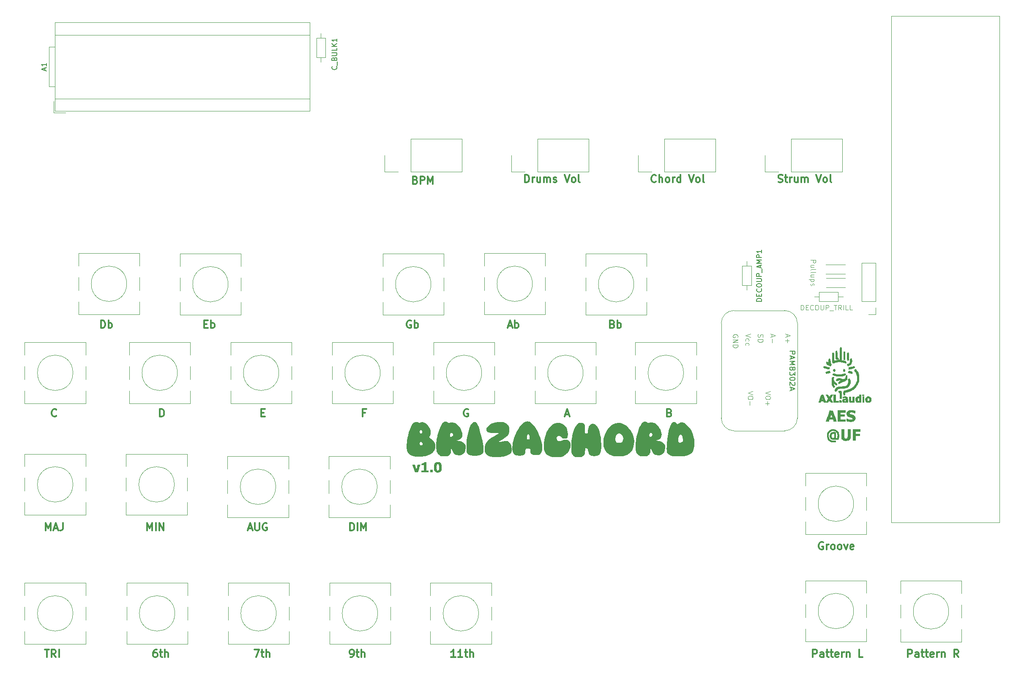
<source format=gbr>
%TF.GenerationSoftware,KiCad,Pcbnew,9.0.2*%
%TF.CreationDate,2025-07-13T09:31:29-04:00*%
%TF.ProjectId,Brizachord,4272697a-6163-4686-9f72-642e6b696361,0*%
%TF.SameCoordinates,Original*%
%TF.FileFunction,Legend,Top*%
%TF.FilePolarity,Positive*%
%FSLAX46Y46*%
G04 Gerber Fmt 4.6, Leading zero omitted, Abs format (unit mm)*
G04 Created by KiCad (PCBNEW 9.0.2) date 2025-07-13 09:31:29*
%MOMM*%
%LPD*%
G01*
G04 APERTURE LIST*
%ADD10C,0.300000*%
%ADD11C,0.124600*%
%ADD12C,0.100000*%
%ADD13C,0.150000*%
%ADD14C,0.190500*%
%ADD15C,0.120000*%
%ADD16C,0.050000*%
%ADD17C,0.000000*%
G04 APERTURE END LIST*
D10*
X177782487Y-60689400D02*
X177996773Y-60760828D01*
X177996773Y-60760828D02*
X178353915Y-60760828D01*
X178353915Y-60760828D02*
X178496773Y-60689400D01*
X178496773Y-60689400D02*
X178568201Y-60617971D01*
X178568201Y-60617971D02*
X178639630Y-60475114D01*
X178639630Y-60475114D02*
X178639630Y-60332257D01*
X178639630Y-60332257D02*
X178568201Y-60189400D01*
X178568201Y-60189400D02*
X178496773Y-60117971D01*
X178496773Y-60117971D02*
X178353915Y-60046542D01*
X178353915Y-60046542D02*
X178068201Y-59975114D01*
X178068201Y-59975114D02*
X177925344Y-59903685D01*
X177925344Y-59903685D02*
X177853915Y-59832257D01*
X177853915Y-59832257D02*
X177782487Y-59689400D01*
X177782487Y-59689400D02*
X177782487Y-59546542D01*
X177782487Y-59546542D02*
X177853915Y-59403685D01*
X177853915Y-59403685D02*
X177925344Y-59332257D01*
X177925344Y-59332257D02*
X178068201Y-59260828D01*
X178068201Y-59260828D02*
X178425344Y-59260828D01*
X178425344Y-59260828D02*
X178639630Y-59332257D01*
X179068201Y-59760828D02*
X179639629Y-59760828D01*
X179282486Y-59260828D02*
X179282486Y-60546542D01*
X179282486Y-60546542D02*
X179353915Y-60689400D01*
X179353915Y-60689400D02*
X179496772Y-60760828D01*
X179496772Y-60760828D02*
X179639629Y-60760828D01*
X180139629Y-60760828D02*
X180139629Y-59760828D01*
X180139629Y-60046542D02*
X180211058Y-59903685D01*
X180211058Y-59903685D02*
X180282487Y-59832257D01*
X180282487Y-59832257D02*
X180425344Y-59760828D01*
X180425344Y-59760828D02*
X180568201Y-59760828D01*
X181711058Y-59760828D02*
X181711058Y-60760828D01*
X181068200Y-59760828D02*
X181068200Y-60546542D01*
X181068200Y-60546542D02*
X181139629Y-60689400D01*
X181139629Y-60689400D02*
X181282486Y-60760828D01*
X181282486Y-60760828D02*
X181496772Y-60760828D01*
X181496772Y-60760828D02*
X181639629Y-60689400D01*
X181639629Y-60689400D02*
X181711058Y-60617971D01*
X182425343Y-60760828D02*
X182425343Y-59760828D01*
X182425343Y-59903685D02*
X182496772Y-59832257D01*
X182496772Y-59832257D02*
X182639629Y-59760828D01*
X182639629Y-59760828D02*
X182853915Y-59760828D01*
X182853915Y-59760828D02*
X182996772Y-59832257D01*
X182996772Y-59832257D02*
X183068201Y-59975114D01*
X183068201Y-59975114D02*
X183068201Y-60760828D01*
X183068201Y-59975114D02*
X183139629Y-59832257D01*
X183139629Y-59832257D02*
X183282486Y-59760828D01*
X183282486Y-59760828D02*
X183496772Y-59760828D01*
X183496772Y-59760828D02*
X183639629Y-59832257D01*
X183639629Y-59832257D02*
X183711058Y-59975114D01*
X183711058Y-59975114D02*
X183711058Y-60760828D01*
X185353915Y-59260828D02*
X185853915Y-60760828D01*
X185853915Y-60760828D02*
X186353915Y-59260828D01*
X187068200Y-60760828D02*
X186925343Y-60689400D01*
X186925343Y-60689400D02*
X186853914Y-60617971D01*
X186853914Y-60617971D02*
X186782486Y-60475114D01*
X186782486Y-60475114D02*
X186782486Y-60046542D01*
X186782486Y-60046542D02*
X186853914Y-59903685D01*
X186853914Y-59903685D02*
X186925343Y-59832257D01*
X186925343Y-59832257D02*
X187068200Y-59760828D01*
X187068200Y-59760828D02*
X187282486Y-59760828D01*
X187282486Y-59760828D02*
X187425343Y-59832257D01*
X187425343Y-59832257D02*
X187496772Y-59903685D01*
X187496772Y-59903685D02*
X187568200Y-60046542D01*
X187568200Y-60046542D02*
X187568200Y-60475114D01*
X187568200Y-60475114D02*
X187496772Y-60617971D01*
X187496772Y-60617971D02*
X187425343Y-60689400D01*
X187425343Y-60689400D02*
X187282486Y-60760828D01*
X187282486Y-60760828D02*
X187068200Y-60760828D01*
X188425343Y-60760828D02*
X188282486Y-60689400D01*
X188282486Y-60689400D02*
X188211057Y-60546542D01*
X188211057Y-60546542D02*
X188211057Y-59260828D01*
D11*
X184266494Y-76320068D02*
X185266494Y-76320068D01*
X185266494Y-76320068D02*
X185266494Y-76701020D01*
X185266494Y-76701020D02*
X185218875Y-76796258D01*
X185218875Y-76796258D02*
X185171256Y-76843877D01*
X185171256Y-76843877D02*
X185076018Y-76891496D01*
X185076018Y-76891496D02*
X184933161Y-76891496D01*
X184933161Y-76891496D02*
X184837923Y-76843877D01*
X184837923Y-76843877D02*
X184790304Y-76796258D01*
X184790304Y-76796258D02*
X184742685Y-76701020D01*
X184742685Y-76701020D02*
X184742685Y-76320068D01*
X184933161Y-77748639D02*
X184266494Y-77748639D01*
X184933161Y-77320068D02*
X184409352Y-77320068D01*
X184409352Y-77320068D02*
X184314114Y-77367687D01*
X184314114Y-77367687D02*
X184266494Y-77462925D01*
X184266494Y-77462925D02*
X184266494Y-77605782D01*
X184266494Y-77605782D02*
X184314114Y-77701020D01*
X184314114Y-77701020D02*
X184361733Y-77748639D01*
X184266494Y-78367687D02*
X184314114Y-78272449D01*
X184314114Y-78272449D02*
X184409352Y-78224830D01*
X184409352Y-78224830D02*
X185266494Y-78224830D01*
X184266494Y-78891497D02*
X184314114Y-78796259D01*
X184314114Y-78796259D02*
X184409352Y-78748640D01*
X184409352Y-78748640D02*
X185266494Y-78748640D01*
X184933161Y-79701021D02*
X184266494Y-79701021D01*
X184933161Y-79272450D02*
X184409352Y-79272450D01*
X184409352Y-79272450D02*
X184314114Y-79320069D01*
X184314114Y-79320069D02*
X184266494Y-79415307D01*
X184266494Y-79415307D02*
X184266494Y-79558164D01*
X184266494Y-79558164D02*
X184314114Y-79653402D01*
X184314114Y-79653402D02*
X184361733Y-79701021D01*
X184933161Y-80177212D02*
X183933161Y-80177212D01*
X184885542Y-80177212D02*
X184933161Y-80272450D01*
X184933161Y-80272450D02*
X184933161Y-80462926D01*
X184933161Y-80462926D02*
X184885542Y-80558164D01*
X184885542Y-80558164D02*
X184837923Y-80605783D01*
X184837923Y-80605783D02*
X184742685Y-80653402D01*
X184742685Y-80653402D02*
X184456971Y-80653402D01*
X184456971Y-80653402D02*
X184361733Y-80605783D01*
X184361733Y-80605783D02*
X184314114Y-80558164D01*
X184314114Y-80558164D02*
X184266494Y-80462926D01*
X184266494Y-80462926D02*
X184266494Y-80272450D01*
X184266494Y-80272450D02*
X184314114Y-80177212D01*
X184314114Y-81034355D02*
X184266494Y-81129593D01*
X184266494Y-81129593D02*
X184266494Y-81320069D01*
X184266494Y-81320069D02*
X184314114Y-81415307D01*
X184314114Y-81415307D02*
X184409352Y-81462926D01*
X184409352Y-81462926D02*
X184456971Y-81462926D01*
X184456971Y-81462926D02*
X184552209Y-81415307D01*
X184552209Y-81415307D02*
X184599828Y-81320069D01*
X184599828Y-81320069D02*
X184599828Y-81177212D01*
X184599828Y-81177212D02*
X184647447Y-81081974D01*
X184647447Y-81081974D02*
X184742685Y-81034355D01*
X184742685Y-81034355D02*
X184790304Y-81034355D01*
X184790304Y-81034355D02*
X184885542Y-81081974D01*
X184885542Y-81081974D02*
X184933161Y-81177212D01*
X184933161Y-81177212D02*
X184933161Y-81320069D01*
X184933161Y-81320069D02*
X184885542Y-81415307D01*
X182320068Y-86349294D02*
X182320068Y-85349294D01*
X182320068Y-85349294D02*
X182558163Y-85349294D01*
X182558163Y-85349294D02*
X182701020Y-85396913D01*
X182701020Y-85396913D02*
X182796258Y-85492151D01*
X182796258Y-85492151D02*
X182843877Y-85587389D01*
X182843877Y-85587389D02*
X182891496Y-85777865D01*
X182891496Y-85777865D02*
X182891496Y-85920722D01*
X182891496Y-85920722D02*
X182843877Y-86111198D01*
X182843877Y-86111198D02*
X182796258Y-86206436D01*
X182796258Y-86206436D02*
X182701020Y-86301675D01*
X182701020Y-86301675D02*
X182558163Y-86349294D01*
X182558163Y-86349294D02*
X182320068Y-86349294D01*
X183320068Y-85825484D02*
X183653401Y-85825484D01*
X183796258Y-86349294D02*
X183320068Y-86349294D01*
X183320068Y-86349294D02*
X183320068Y-85349294D01*
X183320068Y-85349294D02*
X183796258Y-85349294D01*
X184796258Y-86254055D02*
X184748639Y-86301675D01*
X184748639Y-86301675D02*
X184605782Y-86349294D01*
X184605782Y-86349294D02*
X184510544Y-86349294D01*
X184510544Y-86349294D02*
X184367687Y-86301675D01*
X184367687Y-86301675D02*
X184272449Y-86206436D01*
X184272449Y-86206436D02*
X184224830Y-86111198D01*
X184224830Y-86111198D02*
X184177211Y-85920722D01*
X184177211Y-85920722D02*
X184177211Y-85777865D01*
X184177211Y-85777865D02*
X184224830Y-85587389D01*
X184224830Y-85587389D02*
X184272449Y-85492151D01*
X184272449Y-85492151D02*
X184367687Y-85396913D01*
X184367687Y-85396913D02*
X184510544Y-85349294D01*
X184510544Y-85349294D02*
X184605782Y-85349294D01*
X184605782Y-85349294D02*
X184748639Y-85396913D01*
X184748639Y-85396913D02*
X184796258Y-85444532D01*
X185415306Y-85349294D02*
X185605782Y-85349294D01*
X185605782Y-85349294D02*
X185701020Y-85396913D01*
X185701020Y-85396913D02*
X185796258Y-85492151D01*
X185796258Y-85492151D02*
X185843877Y-85682627D01*
X185843877Y-85682627D02*
X185843877Y-86015960D01*
X185843877Y-86015960D02*
X185796258Y-86206436D01*
X185796258Y-86206436D02*
X185701020Y-86301675D01*
X185701020Y-86301675D02*
X185605782Y-86349294D01*
X185605782Y-86349294D02*
X185415306Y-86349294D01*
X185415306Y-86349294D02*
X185320068Y-86301675D01*
X185320068Y-86301675D02*
X185224830Y-86206436D01*
X185224830Y-86206436D02*
X185177211Y-86015960D01*
X185177211Y-86015960D02*
X185177211Y-85682627D01*
X185177211Y-85682627D02*
X185224830Y-85492151D01*
X185224830Y-85492151D02*
X185320068Y-85396913D01*
X185320068Y-85396913D02*
X185415306Y-85349294D01*
X186272449Y-85349294D02*
X186272449Y-86158817D01*
X186272449Y-86158817D02*
X186320068Y-86254055D01*
X186320068Y-86254055D02*
X186367687Y-86301675D01*
X186367687Y-86301675D02*
X186462925Y-86349294D01*
X186462925Y-86349294D02*
X186653401Y-86349294D01*
X186653401Y-86349294D02*
X186748639Y-86301675D01*
X186748639Y-86301675D02*
X186796258Y-86254055D01*
X186796258Y-86254055D02*
X186843877Y-86158817D01*
X186843877Y-86158817D02*
X186843877Y-85349294D01*
X187320068Y-86349294D02*
X187320068Y-85349294D01*
X187320068Y-85349294D02*
X187701020Y-85349294D01*
X187701020Y-85349294D02*
X187796258Y-85396913D01*
X187796258Y-85396913D02*
X187843877Y-85444532D01*
X187843877Y-85444532D02*
X187891496Y-85539770D01*
X187891496Y-85539770D02*
X187891496Y-85682627D01*
X187891496Y-85682627D02*
X187843877Y-85777865D01*
X187843877Y-85777865D02*
X187796258Y-85825484D01*
X187796258Y-85825484D02*
X187701020Y-85873103D01*
X187701020Y-85873103D02*
X187320068Y-85873103D01*
X188081973Y-86444532D02*
X188843877Y-86444532D01*
X188939116Y-85349294D02*
X189510544Y-85349294D01*
X189224830Y-86349294D02*
X189224830Y-85349294D01*
X190415306Y-86349294D02*
X190081973Y-85873103D01*
X189843878Y-86349294D02*
X189843878Y-85349294D01*
X189843878Y-85349294D02*
X190224830Y-85349294D01*
X190224830Y-85349294D02*
X190320068Y-85396913D01*
X190320068Y-85396913D02*
X190367687Y-85444532D01*
X190367687Y-85444532D02*
X190415306Y-85539770D01*
X190415306Y-85539770D02*
X190415306Y-85682627D01*
X190415306Y-85682627D02*
X190367687Y-85777865D01*
X190367687Y-85777865D02*
X190320068Y-85825484D01*
X190320068Y-85825484D02*
X190224830Y-85873103D01*
X190224830Y-85873103D02*
X189843878Y-85873103D01*
X190843878Y-86349294D02*
X190843878Y-85349294D01*
X191796258Y-86349294D02*
X191320068Y-86349294D01*
X191320068Y-86349294D02*
X191320068Y-85349294D01*
X192605782Y-86349294D02*
X192129592Y-86349294D01*
X192129592Y-86349294D02*
X192129592Y-85349294D01*
D10*
X203754510Y-156010828D02*
X203754510Y-154510828D01*
X203754510Y-154510828D02*
X204325939Y-154510828D01*
X204325939Y-154510828D02*
X204468796Y-154582257D01*
X204468796Y-154582257D02*
X204540225Y-154653685D01*
X204540225Y-154653685D02*
X204611653Y-154796542D01*
X204611653Y-154796542D02*
X204611653Y-155010828D01*
X204611653Y-155010828D02*
X204540225Y-155153685D01*
X204540225Y-155153685D02*
X204468796Y-155225114D01*
X204468796Y-155225114D02*
X204325939Y-155296542D01*
X204325939Y-155296542D02*
X203754510Y-155296542D01*
X205897368Y-156010828D02*
X205897368Y-155225114D01*
X205897368Y-155225114D02*
X205825939Y-155082257D01*
X205825939Y-155082257D02*
X205683082Y-155010828D01*
X205683082Y-155010828D02*
X205397368Y-155010828D01*
X205397368Y-155010828D02*
X205254510Y-155082257D01*
X205897368Y-155939400D02*
X205754510Y-156010828D01*
X205754510Y-156010828D02*
X205397368Y-156010828D01*
X205397368Y-156010828D02*
X205254510Y-155939400D01*
X205254510Y-155939400D02*
X205183082Y-155796542D01*
X205183082Y-155796542D02*
X205183082Y-155653685D01*
X205183082Y-155653685D02*
X205254510Y-155510828D01*
X205254510Y-155510828D02*
X205397368Y-155439400D01*
X205397368Y-155439400D02*
X205754510Y-155439400D01*
X205754510Y-155439400D02*
X205897368Y-155367971D01*
X206397368Y-155010828D02*
X206968796Y-155010828D01*
X206611653Y-154510828D02*
X206611653Y-155796542D01*
X206611653Y-155796542D02*
X206683082Y-155939400D01*
X206683082Y-155939400D02*
X206825939Y-156010828D01*
X206825939Y-156010828D02*
X206968796Y-156010828D01*
X207254511Y-155010828D02*
X207825939Y-155010828D01*
X207468796Y-154510828D02*
X207468796Y-155796542D01*
X207468796Y-155796542D02*
X207540225Y-155939400D01*
X207540225Y-155939400D02*
X207683082Y-156010828D01*
X207683082Y-156010828D02*
X207825939Y-156010828D01*
X208897368Y-155939400D02*
X208754511Y-156010828D01*
X208754511Y-156010828D02*
X208468797Y-156010828D01*
X208468797Y-156010828D02*
X208325939Y-155939400D01*
X208325939Y-155939400D02*
X208254511Y-155796542D01*
X208254511Y-155796542D02*
X208254511Y-155225114D01*
X208254511Y-155225114D02*
X208325939Y-155082257D01*
X208325939Y-155082257D02*
X208468797Y-155010828D01*
X208468797Y-155010828D02*
X208754511Y-155010828D01*
X208754511Y-155010828D02*
X208897368Y-155082257D01*
X208897368Y-155082257D02*
X208968797Y-155225114D01*
X208968797Y-155225114D02*
X208968797Y-155367971D01*
X208968797Y-155367971D02*
X208254511Y-155510828D01*
X209611653Y-156010828D02*
X209611653Y-155010828D01*
X209611653Y-155296542D02*
X209683082Y-155153685D01*
X209683082Y-155153685D02*
X209754511Y-155082257D01*
X209754511Y-155082257D02*
X209897368Y-155010828D01*
X209897368Y-155010828D02*
X210040225Y-155010828D01*
X210540224Y-155010828D02*
X210540224Y-156010828D01*
X210540224Y-155153685D02*
X210611653Y-155082257D01*
X210611653Y-155082257D02*
X210754510Y-155010828D01*
X210754510Y-155010828D02*
X210968796Y-155010828D01*
X210968796Y-155010828D02*
X211111653Y-155082257D01*
X211111653Y-155082257D02*
X211183082Y-155225114D01*
X211183082Y-155225114D02*
X211183082Y-156010828D01*
X213897367Y-156010828D02*
X213397367Y-155296542D01*
X213040224Y-156010828D02*
X213040224Y-154510828D01*
X213040224Y-154510828D02*
X213611653Y-154510828D01*
X213611653Y-154510828D02*
X213754510Y-154582257D01*
X213754510Y-154582257D02*
X213825939Y-154653685D01*
X213825939Y-154653685D02*
X213897367Y-154796542D01*
X213897367Y-154796542D02*
X213897367Y-155010828D01*
X213897367Y-155010828D02*
X213825939Y-155153685D01*
X213825939Y-155153685D02*
X213754510Y-155225114D01*
X213754510Y-155225114D02*
X213611653Y-155296542D01*
X213611653Y-155296542D02*
X213040224Y-155296542D01*
X184704510Y-156010828D02*
X184704510Y-154510828D01*
X184704510Y-154510828D02*
X185275939Y-154510828D01*
X185275939Y-154510828D02*
X185418796Y-154582257D01*
X185418796Y-154582257D02*
X185490225Y-154653685D01*
X185490225Y-154653685D02*
X185561653Y-154796542D01*
X185561653Y-154796542D02*
X185561653Y-155010828D01*
X185561653Y-155010828D02*
X185490225Y-155153685D01*
X185490225Y-155153685D02*
X185418796Y-155225114D01*
X185418796Y-155225114D02*
X185275939Y-155296542D01*
X185275939Y-155296542D02*
X184704510Y-155296542D01*
X186847368Y-156010828D02*
X186847368Y-155225114D01*
X186847368Y-155225114D02*
X186775939Y-155082257D01*
X186775939Y-155082257D02*
X186633082Y-155010828D01*
X186633082Y-155010828D02*
X186347368Y-155010828D01*
X186347368Y-155010828D02*
X186204510Y-155082257D01*
X186847368Y-155939400D02*
X186704510Y-156010828D01*
X186704510Y-156010828D02*
X186347368Y-156010828D01*
X186347368Y-156010828D02*
X186204510Y-155939400D01*
X186204510Y-155939400D02*
X186133082Y-155796542D01*
X186133082Y-155796542D02*
X186133082Y-155653685D01*
X186133082Y-155653685D02*
X186204510Y-155510828D01*
X186204510Y-155510828D02*
X186347368Y-155439400D01*
X186347368Y-155439400D02*
X186704510Y-155439400D01*
X186704510Y-155439400D02*
X186847368Y-155367971D01*
X187347368Y-155010828D02*
X187918796Y-155010828D01*
X187561653Y-154510828D02*
X187561653Y-155796542D01*
X187561653Y-155796542D02*
X187633082Y-155939400D01*
X187633082Y-155939400D02*
X187775939Y-156010828D01*
X187775939Y-156010828D02*
X187918796Y-156010828D01*
X188204511Y-155010828D02*
X188775939Y-155010828D01*
X188418796Y-154510828D02*
X188418796Y-155796542D01*
X188418796Y-155796542D02*
X188490225Y-155939400D01*
X188490225Y-155939400D02*
X188633082Y-156010828D01*
X188633082Y-156010828D02*
X188775939Y-156010828D01*
X189847368Y-155939400D02*
X189704511Y-156010828D01*
X189704511Y-156010828D02*
X189418797Y-156010828D01*
X189418797Y-156010828D02*
X189275939Y-155939400D01*
X189275939Y-155939400D02*
X189204511Y-155796542D01*
X189204511Y-155796542D02*
X189204511Y-155225114D01*
X189204511Y-155225114D02*
X189275939Y-155082257D01*
X189275939Y-155082257D02*
X189418797Y-155010828D01*
X189418797Y-155010828D02*
X189704511Y-155010828D01*
X189704511Y-155010828D02*
X189847368Y-155082257D01*
X189847368Y-155082257D02*
X189918797Y-155225114D01*
X189918797Y-155225114D02*
X189918797Y-155367971D01*
X189918797Y-155367971D02*
X189204511Y-155510828D01*
X190561653Y-156010828D02*
X190561653Y-155010828D01*
X190561653Y-155296542D02*
X190633082Y-155153685D01*
X190633082Y-155153685D02*
X190704511Y-155082257D01*
X190704511Y-155082257D02*
X190847368Y-155010828D01*
X190847368Y-155010828D02*
X190990225Y-155010828D01*
X191490224Y-155010828D02*
X191490224Y-156010828D01*
X191490224Y-155153685D02*
X191561653Y-155082257D01*
X191561653Y-155082257D02*
X191704510Y-155010828D01*
X191704510Y-155010828D02*
X191918796Y-155010828D01*
X191918796Y-155010828D02*
X192061653Y-155082257D01*
X192061653Y-155082257D02*
X192133082Y-155225114D01*
X192133082Y-155225114D02*
X192133082Y-156010828D01*
X194704510Y-156010828D02*
X193990224Y-156010828D01*
X193990224Y-156010828D02*
X193990224Y-154510828D01*
X186760225Y-132992257D02*
X186617368Y-132920828D01*
X186617368Y-132920828D02*
X186403082Y-132920828D01*
X186403082Y-132920828D02*
X186188796Y-132992257D01*
X186188796Y-132992257D02*
X186045939Y-133135114D01*
X186045939Y-133135114D02*
X185974510Y-133277971D01*
X185974510Y-133277971D02*
X185903082Y-133563685D01*
X185903082Y-133563685D02*
X185903082Y-133777971D01*
X185903082Y-133777971D02*
X185974510Y-134063685D01*
X185974510Y-134063685D02*
X186045939Y-134206542D01*
X186045939Y-134206542D02*
X186188796Y-134349400D01*
X186188796Y-134349400D02*
X186403082Y-134420828D01*
X186403082Y-134420828D02*
X186545939Y-134420828D01*
X186545939Y-134420828D02*
X186760225Y-134349400D01*
X186760225Y-134349400D02*
X186831653Y-134277971D01*
X186831653Y-134277971D02*
X186831653Y-133777971D01*
X186831653Y-133777971D02*
X186545939Y-133777971D01*
X187474510Y-134420828D02*
X187474510Y-133420828D01*
X187474510Y-133706542D02*
X187545939Y-133563685D01*
X187545939Y-133563685D02*
X187617368Y-133492257D01*
X187617368Y-133492257D02*
X187760225Y-133420828D01*
X187760225Y-133420828D02*
X187903082Y-133420828D01*
X188617367Y-134420828D02*
X188474510Y-134349400D01*
X188474510Y-134349400D02*
X188403081Y-134277971D01*
X188403081Y-134277971D02*
X188331653Y-134135114D01*
X188331653Y-134135114D02*
X188331653Y-133706542D01*
X188331653Y-133706542D02*
X188403081Y-133563685D01*
X188403081Y-133563685D02*
X188474510Y-133492257D01*
X188474510Y-133492257D02*
X188617367Y-133420828D01*
X188617367Y-133420828D02*
X188831653Y-133420828D01*
X188831653Y-133420828D02*
X188974510Y-133492257D01*
X188974510Y-133492257D02*
X189045939Y-133563685D01*
X189045939Y-133563685D02*
X189117367Y-133706542D01*
X189117367Y-133706542D02*
X189117367Y-134135114D01*
X189117367Y-134135114D02*
X189045939Y-134277971D01*
X189045939Y-134277971D02*
X188974510Y-134349400D01*
X188974510Y-134349400D02*
X188831653Y-134420828D01*
X188831653Y-134420828D02*
X188617367Y-134420828D01*
X189974510Y-134420828D02*
X189831653Y-134349400D01*
X189831653Y-134349400D02*
X189760224Y-134277971D01*
X189760224Y-134277971D02*
X189688796Y-134135114D01*
X189688796Y-134135114D02*
X189688796Y-133706542D01*
X189688796Y-133706542D02*
X189760224Y-133563685D01*
X189760224Y-133563685D02*
X189831653Y-133492257D01*
X189831653Y-133492257D02*
X189974510Y-133420828D01*
X189974510Y-133420828D02*
X190188796Y-133420828D01*
X190188796Y-133420828D02*
X190331653Y-133492257D01*
X190331653Y-133492257D02*
X190403082Y-133563685D01*
X190403082Y-133563685D02*
X190474510Y-133706542D01*
X190474510Y-133706542D02*
X190474510Y-134135114D01*
X190474510Y-134135114D02*
X190403082Y-134277971D01*
X190403082Y-134277971D02*
X190331653Y-134349400D01*
X190331653Y-134349400D02*
X190188796Y-134420828D01*
X190188796Y-134420828D02*
X189974510Y-134420828D01*
X190974510Y-133420828D02*
X191331653Y-134420828D01*
X191331653Y-134420828D02*
X191688796Y-133420828D01*
X192831653Y-134349400D02*
X192688796Y-134420828D01*
X192688796Y-134420828D02*
X192403082Y-134420828D01*
X192403082Y-134420828D02*
X192260224Y-134349400D01*
X192260224Y-134349400D02*
X192188796Y-134206542D01*
X192188796Y-134206542D02*
X192188796Y-133635114D01*
X192188796Y-133635114D02*
X192260224Y-133492257D01*
X192260224Y-133492257D02*
X192403082Y-133420828D01*
X192403082Y-133420828D02*
X192688796Y-133420828D01*
X192688796Y-133420828D02*
X192831653Y-133492257D01*
X192831653Y-133492257D02*
X192903082Y-133635114D01*
X192903082Y-133635114D02*
X192903082Y-133777971D01*
X192903082Y-133777971D02*
X192188796Y-133920828D01*
X113100225Y-156010828D02*
X112243082Y-156010828D01*
X112671653Y-156010828D02*
X112671653Y-154510828D01*
X112671653Y-154510828D02*
X112528796Y-154725114D01*
X112528796Y-154725114D02*
X112385939Y-154867971D01*
X112385939Y-154867971D02*
X112243082Y-154939400D01*
X114528796Y-156010828D02*
X113671653Y-156010828D01*
X114100224Y-156010828D02*
X114100224Y-154510828D01*
X114100224Y-154510828D02*
X113957367Y-154725114D01*
X113957367Y-154725114D02*
X113814510Y-154867971D01*
X113814510Y-154867971D02*
X113671653Y-154939400D01*
X114957367Y-155010828D02*
X115528795Y-155010828D01*
X115171652Y-154510828D02*
X115171652Y-155796542D01*
X115171652Y-155796542D02*
X115243081Y-155939400D01*
X115243081Y-155939400D02*
X115385938Y-156010828D01*
X115385938Y-156010828D02*
X115528795Y-156010828D01*
X116028795Y-156010828D02*
X116028795Y-154510828D01*
X116671653Y-156010828D02*
X116671653Y-155225114D01*
X116671653Y-155225114D02*
X116600224Y-155082257D01*
X116600224Y-155082257D02*
X116457367Y-155010828D01*
X116457367Y-155010828D02*
X116243081Y-155010828D01*
X116243081Y-155010828D02*
X116100224Y-155082257D01*
X116100224Y-155082257D02*
X116028795Y-155153685D01*
X92065939Y-156010828D02*
X92351653Y-156010828D01*
X92351653Y-156010828D02*
X92494510Y-155939400D01*
X92494510Y-155939400D02*
X92565939Y-155867971D01*
X92565939Y-155867971D02*
X92708796Y-155653685D01*
X92708796Y-155653685D02*
X92780225Y-155367971D01*
X92780225Y-155367971D02*
X92780225Y-154796542D01*
X92780225Y-154796542D02*
X92708796Y-154653685D01*
X92708796Y-154653685D02*
X92637368Y-154582257D01*
X92637368Y-154582257D02*
X92494510Y-154510828D01*
X92494510Y-154510828D02*
X92208796Y-154510828D01*
X92208796Y-154510828D02*
X92065939Y-154582257D01*
X92065939Y-154582257D02*
X91994510Y-154653685D01*
X91994510Y-154653685D02*
X91923082Y-154796542D01*
X91923082Y-154796542D02*
X91923082Y-155153685D01*
X91923082Y-155153685D02*
X91994510Y-155296542D01*
X91994510Y-155296542D02*
X92065939Y-155367971D01*
X92065939Y-155367971D02*
X92208796Y-155439400D01*
X92208796Y-155439400D02*
X92494510Y-155439400D01*
X92494510Y-155439400D02*
X92637368Y-155367971D01*
X92637368Y-155367971D02*
X92708796Y-155296542D01*
X92708796Y-155296542D02*
X92780225Y-155153685D01*
X93208796Y-155010828D02*
X93780224Y-155010828D01*
X93423081Y-154510828D02*
X93423081Y-155796542D01*
X93423081Y-155796542D02*
X93494510Y-155939400D01*
X93494510Y-155939400D02*
X93637367Y-156010828D01*
X93637367Y-156010828D02*
X93780224Y-156010828D01*
X94280224Y-156010828D02*
X94280224Y-154510828D01*
X94923082Y-156010828D02*
X94923082Y-155225114D01*
X94923082Y-155225114D02*
X94851653Y-155082257D01*
X94851653Y-155082257D02*
X94708796Y-155010828D01*
X94708796Y-155010828D02*
X94494510Y-155010828D01*
X94494510Y-155010828D02*
X94351653Y-155082257D01*
X94351653Y-155082257D02*
X94280224Y-155153685D01*
X72801653Y-154510828D02*
X73801653Y-154510828D01*
X73801653Y-154510828D02*
X73158796Y-156010828D01*
X74158796Y-155010828D02*
X74730224Y-155010828D01*
X74373081Y-154510828D02*
X74373081Y-155796542D01*
X74373081Y-155796542D02*
X74444510Y-155939400D01*
X74444510Y-155939400D02*
X74587367Y-156010828D01*
X74587367Y-156010828D02*
X74730224Y-156010828D01*
X75230224Y-156010828D02*
X75230224Y-154510828D01*
X75873082Y-156010828D02*
X75873082Y-155225114D01*
X75873082Y-155225114D02*
X75801653Y-155082257D01*
X75801653Y-155082257D02*
X75658796Y-155010828D01*
X75658796Y-155010828D02*
X75444510Y-155010828D01*
X75444510Y-155010828D02*
X75301653Y-155082257D01*
X75301653Y-155082257D02*
X75230224Y-155153685D01*
X53267368Y-154510828D02*
X52981653Y-154510828D01*
X52981653Y-154510828D02*
X52838796Y-154582257D01*
X52838796Y-154582257D02*
X52767368Y-154653685D01*
X52767368Y-154653685D02*
X52624510Y-154867971D01*
X52624510Y-154867971D02*
X52553082Y-155153685D01*
X52553082Y-155153685D02*
X52553082Y-155725114D01*
X52553082Y-155725114D02*
X52624510Y-155867971D01*
X52624510Y-155867971D02*
X52695939Y-155939400D01*
X52695939Y-155939400D02*
X52838796Y-156010828D01*
X52838796Y-156010828D02*
X53124510Y-156010828D01*
X53124510Y-156010828D02*
X53267368Y-155939400D01*
X53267368Y-155939400D02*
X53338796Y-155867971D01*
X53338796Y-155867971D02*
X53410225Y-155725114D01*
X53410225Y-155725114D02*
X53410225Y-155367971D01*
X53410225Y-155367971D02*
X53338796Y-155225114D01*
X53338796Y-155225114D02*
X53267368Y-155153685D01*
X53267368Y-155153685D02*
X53124510Y-155082257D01*
X53124510Y-155082257D02*
X52838796Y-155082257D01*
X52838796Y-155082257D02*
X52695939Y-155153685D01*
X52695939Y-155153685D02*
X52624510Y-155225114D01*
X52624510Y-155225114D02*
X52553082Y-155367971D01*
X53838796Y-155010828D02*
X54410224Y-155010828D01*
X54053081Y-154510828D02*
X54053081Y-155796542D01*
X54053081Y-155796542D02*
X54124510Y-155939400D01*
X54124510Y-155939400D02*
X54267367Y-156010828D01*
X54267367Y-156010828D02*
X54410224Y-156010828D01*
X54910224Y-156010828D02*
X54910224Y-154510828D01*
X55553082Y-156010828D02*
X55553082Y-155225114D01*
X55553082Y-155225114D02*
X55481653Y-155082257D01*
X55481653Y-155082257D02*
X55338796Y-155010828D01*
X55338796Y-155010828D02*
X55124510Y-155010828D01*
X55124510Y-155010828D02*
X54981653Y-155082257D01*
X54981653Y-155082257D02*
X54910224Y-155153685D01*
X30820225Y-154510828D02*
X31677368Y-154510828D01*
X31248796Y-156010828D02*
X31248796Y-154510828D01*
X33034510Y-156010828D02*
X32534510Y-155296542D01*
X32177367Y-156010828D02*
X32177367Y-154510828D01*
X32177367Y-154510828D02*
X32748796Y-154510828D01*
X32748796Y-154510828D02*
X32891653Y-154582257D01*
X32891653Y-154582257D02*
X32963082Y-154653685D01*
X32963082Y-154653685D02*
X33034510Y-154796542D01*
X33034510Y-154796542D02*
X33034510Y-155010828D01*
X33034510Y-155010828D02*
X32963082Y-155153685D01*
X32963082Y-155153685D02*
X32891653Y-155225114D01*
X32891653Y-155225114D02*
X32748796Y-155296542D01*
X32748796Y-155296542D02*
X32177367Y-155296542D01*
X33677367Y-156010828D02*
X33677367Y-154510828D01*
X91994510Y-130610828D02*
X91994510Y-129110828D01*
X91994510Y-129110828D02*
X92351653Y-129110828D01*
X92351653Y-129110828D02*
X92565939Y-129182257D01*
X92565939Y-129182257D02*
X92708796Y-129325114D01*
X92708796Y-129325114D02*
X92780225Y-129467971D01*
X92780225Y-129467971D02*
X92851653Y-129753685D01*
X92851653Y-129753685D02*
X92851653Y-129967971D01*
X92851653Y-129967971D02*
X92780225Y-130253685D01*
X92780225Y-130253685D02*
X92708796Y-130396542D01*
X92708796Y-130396542D02*
X92565939Y-130539400D01*
X92565939Y-130539400D02*
X92351653Y-130610828D01*
X92351653Y-130610828D02*
X91994510Y-130610828D01*
X93494510Y-130610828D02*
X93494510Y-129110828D01*
X94208796Y-130610828D02*
X94208796Y-129110828D01*
X94208796Y-129110828D02*
X94708796Y-130182257D01*
X94708796Y-130182257D02*
X95208796Y-129110828D01*
X95208796Y-129110828D02*
X95208796Y-130610828D01*
X71603082Y-130182257D02*
X72317368Y-130182257D01*
X71460225Y-130610828D02*
X71960225Y-129110828D01*
X71960225Y-129110828D02*
X72460225Y-130610828D01*
X72960224Y-129110828D02*
X72960224Y-130325114D01*
X72960224Y-130325114D02*
X73031653Y-130467971D01*
X73031653Y-130467971D02*
X73103082Y-130539400D01*
X73103082Y-130539400D02*
X73245939Y-130610828D01*
X73245939Y-130610828D02*
X73531653Y-130610828D01*
X73531653Y-130610828D02*
X73674510Y-130539400D01*
X73674510Y-130539400D02*
X73745939Y-130467971D01*
X73745939Y-130467971D02*
X73817367Y-130325114D01*
X73817367Y-130325114D02*
X73817367Y-129110828D01*
X75317368Y-129182257D02*
X75174511Y-129110828D01*
X75174511Y-129110828D02*
X74960225Y-129110828D01*
X74960225Y-129110828D02*
X74745939Y-129182257D01*
X74745939Y-129182257D02*
X74603082Y-129325114D01*
X74603082Y-129325114D02*
X74531653Y-129467971D01*
X74531653Y-129467971D02*
X74460225Y-129753685D01*
X74460225Y-129753685D02*
X74460225Y-129967971D01*
X74460225Y-129967971D02*
X74531653Y-130253685D01*
X74531653Y-130253685D02*
X74603082Y-130396542D01*
X74603082Y-130396542D02*
X74745939Y-130539400D01*
X74745939Y-130539400D02*
X74960225Y-130610828D01*
X74960225Y-130610828D02*
X75103082Y-130610828D01*
X75103082Y-130610828D02*
X75317368Y-130539400D01*
X75317368Y-130539400D02*
X75388796Y-130467971D01*
X75388796Y-130467971D02*
X75388796Y-129967971D01*
X75388796Y-129967971D02*
X75103082Y-129967971D01*
X51354510Y-130610828D02*
X51354510Y-129110828D01*
X51354510Y-129110828D02*
X51854510Y-130182257D01*
X51854510Y-130182257D02*
X52354510Y-129110828D01*
X52354510Y-129110828D02*
X52354510Y-130610828D01*
X53068796Y-130610828D02*
X53068796Y-129110828D01*
X53783082Y-130610828D02*
X53783082Y-129110828D01*
X53783082Y-129110828D02*
X54640225Y-130610828D01*
X54640225Y-130610828D02*
X54640225Y-129110828D01*
X31034510Y-130610828D02*
X31034510Y-129110828D01*
X31034510Y-129110828D02*
X31534510Y-130182257D01*
X31534510Y-130182257D02*
X32034510Y-129110828D01*
X32034510Y-129110828D02*
X32034510Y-130610828D01*
X32677368Y-130182257D02*
X33391654Y-130182257D01*
X32534511Y-130610828D02*
X33034511Y-129110828D01*
X33034511Y-129110828D02*
X33534511Y-130610828D01*
X34463082Y-129110828D02*
X34463082Y-130182257D01*
X34463082Y-130182257D02*
X34391653Y-130396542D01*
X34391653Y-130396542D02*
X34248796Y-130539400D01*
X34248796Y-130539400D02*
X34034510Y-130610828D01*
X34034510Y-130610828D02*
X33891653Y-130610828D01*
X155994510Y-106965114D02*
X156208796Y-107036542D01*
X156208796Y-107036542D02*
X156280225Y-107107971D01*
X156280225Y-107107971D02*
X156351653Y-107250828D01*
X156351653Y-107250828D02*
X156351653Y-107465114D01*
X156351653Y-107465114D02*
X156280225Y-107607971D01*
X156280225Y-107607971D02*
X156208796Y-107679400D01*
X156208796Y-107679400D02*
X156065939Y-107750828D01*
X156065939Y-107750828D02*
X155494510Y-107750828D01*
X155494510Y-107750828D02*
X155494510Y-106250828D01*
X155494510Y-106250828D02*
X155994510Y-106250828D01*
X155994510Y-106250828D02*
X156137368Y-106322257D01*
X156137368Y-106322257D02*
X156208796Y-106393685D01*
X156208796Y-106393685D02*
X156280225Y-106536542D01*
X156280225Y-106536542D02*
X156280225Y-106679400D01*
X156280225Y-106679400D02*
X156208796Y-106822257D01*
X156208796Y-106822257D02*
X156137368Y-106893685D01*
X156137368Y-106893685D02*
X155994510Y-106965114D01*
X155994510Y-106965114D02*
X155494510Y-106965114D01*
X135103082Y-107322257D02*
X135817368Y-107322257D01*
X134960225Y-107750828D02*
X135460225Y-106250828D01*
X135460225Y-106250828D02*
X135960225Y-107750828D01*
X115640225Y-106322257D02*
X115497368Y-106250828D01*
X115497368Y-106250828D02*
X115283082Y-106250828D01*
X115283082Y-106250828D02*
X115068796Y-106322257D01*
X115068796Y-106322257D02*
X114925939Y-106465114D01*
X114925939Y-106465114D02*
X114854510Y-106607971D01*
X114854510Y-106607971D02*
X114783082Y-106893685D01*
X114783082Y-106893685D02*
X114783082Y-107107971D01*
X114783082Y-107107971D02*
X114854510Y-107393685D01*
X114854510Y-107393685D02*
X114925939Y-107536542D01*
X114925939Y-107536542D02*
X115068796Y-107679400D01*
X115068796Y-107679400D02*
X115283082Y-107750828D01*
X115283082Y-107750828D02*
X115425939Y-107750828D01*
X115425939Y-107750828D02*
X115640225Y-107679400D01*
X115640225Y-107679400D02*
X115711653Y-107607971D01*
X115711653Y-107607971D02*
X115711653Y-107107971D01*
X115711653Y-107107971D02*
X115425939Y-107107971D01*
X95034510Y-106965114D02*
X94534510Y-106965114D01*
X94534510Y-107750828D02*
X94534510Y-106250828D01*
X94534510Y-106250828D02*
X95248796Y-106250828D01*
X74214510Y-106965114D02*
X74714510Y-106965114D01*
X74928796Y-107750828D02*
X74214510Y-107750828D01*
X74214510Y-107750828D02*
X74214510Y-106250828D01*
X74214510Y-106250828D02*
X74928796Y-106250828D01*
X53894510Y-107750828D02*
X53894510Y-106250828D01*
X53894510Y-106250828D02*
X54251653Y-106250828D01*
X54251653Y-106250828D02*
X54465939Y-106322257D01*
X54465939Y-106322257D02*
X54608796Y-106465114D01*
X54608796Y-106465114D02*
X54680225Y-106607971D01*
X54680225Y-106607971D02*
X54751653Y-106893685D01*
X54751653Y-106893685D02*
X54751653Y-107107971D01*
X54751653Y-107107971D02*
X54680225Y-107393685D01*
X54680225Y-107393685D02*
X54608796Y-107536542D01*
X54608796Y-107536542D02*
X54465939Y-107679400D01*
X54465939Y-107679400D02*
X54251653Y-107750828D01*
X54251653Y-107750828D02*
X53894510Y-107750828D01*
X33161653Y-107607971D02*
X33090225Y-107679400D01*
X33090225Y-107679400D02*
X32875939Y-107750828D01*
X32875939Y-107750828D02*
X32733082Y-107750828D01*
X32733082Y-107750828D02*
X32518796Y-107679400D01*
X32518796Y-107679400D02*
X32375939Y-107536542D01*
X32375939Y-107536542D02*
X32304510Y-107393685D01*
X32304510Y-107393685D02*
X32233082Y-107107971D01*
X32233082Y-107107971D02*
X32233082Y-106893685D01*
X32233082Y-106893685D02*
X32304510Y-106607971D01*
X32304510Y-106607971D02*
X32375939Y-106465114D01*
X32375939Y-106465114D02*
X32518796Y-106322257D01*
X32518796Y-106322257D02*
X32733082Y-106250828D01*
X32733082Y-106250828D02*
X32875939Y-106250828D01*
X32875939Y-106250828D02*
X33090225Y-106322257D01*
X33090225Y-106322257D02*
X33161653Y-106393685D01*
X144564510Y-89185114D02*
X144778796Y-89256542D01*
X144778796Y-89256542D02*
X144850225Y-89327971D01*
X144850225Y-89327971D02*
X144921653Y-89470828D01*
X144921653Y-89470828D02*
X144921653Y-89685114D01*
X144921653Y-89685114D02*
X144850225Y-89827971D01*
X144850225Y-89827971D02*
X144778796Y-89899400D01*
X144778796Y-89899400D02*
X144635939Y-89970828D01*
X144635939Y-89970828D02*
X144064510Y-89970828D01*
X144064510Y-89970828D02*
X144064510Y-88470828D01*
X144064510Y-88470828D02*
X144564510Y-88470828D01*
X144564510Y-88470828D02*
X144707368Y-88542257D01*
X144707368Y-88542257D02*
X144778796Y-88613685D01*
X144778796Y-88613685D02*
X144850225Y-88756542D01*
X144850225Y-88756542D02*
X144850225Y-88899400D01*
X144850225Y-88899400D02*
X144778796Y-89042257D01*
X144778796Y-89042257D02*
X144707368Y-89113685D01*
X144707368Y-89113685D02*
X144564510Y-89185114D01*
X144564510Y-89185114D02*
X144064510Y-89185114D01*
X145564510Y-89970828D02*
X145564510Y-88470828D01*
X145564510Y-89042257D02*
X145707368Y-88970828D01*
X145707368Y-88970828D02*
X145993082Y-88970828D01*
X145993082Y-88970828D02*
X146135939Y-89042257D01*
X146135939Y-89042257D02*
X146207368Y-89113685D01*
X146207368Y-89113685D02*
X146278796Y-89256542D01*
X146278796Y-89256542D02*
X146278796Y-89685114D01*
X146278796Y-89685114D02*
X146207368Y-89827971D01*
X146207368Y-89827971D02*
X146135939Y-89899400D01*
X146135939Y-89899400D02*
X145993082Y-89970828D01*
X145993082Y-89970828D02*
X145707368Y-89970828D01*
X145707368Y-89970828D02*
X145564510Y-89899400D01*
X123673082Y-89542257D02*
X124387368Y-89542257D01*
X123530225Y-89970828D02*
X124030225Y-88470828D01*
X124030225Y-88470828D02*
X124530225Y-89970828D01*
X125030224Y-89970828D02*
X125030224Y-88470828D01*
X125030224Y-89042257D02*
X125173082Y-88970828D01*
X125173082Y-88970828D02*
X125458796Y-88970828D01*
X125458796Y-88970828D02*
X125601653Y-89042257D01*
X125601653Y-89042257D02*
X125673082Y-89113685D01*
X125673082Y-89113685D02*
X125744510Y-89256542D01*
X125744510Y-89256542D02*
X125744510Y-89685114D01*
X125744510Y-89685114D02*
X125673082Y-89827971D01*
X125673082Y-89827971D02*
X125601653Y-89899400D01*
X125601653Y-89899400D02*
X125458796Y-89970828D01*
X125458796Y-89970828D02*
X125173082Y-89970828D01*
X125173082Y-89970828D02*
X125030224Y-89899400D01*
X104210225Y-88542257D02*
X104067368Y-88470828D01*
X104067368Y-88470828D02*
X103853082Y-88470828D01*
X103853082Y-88470828D02*
X103638796Y-88542257D01*
X103638796Y-88542257D02*
X103495939Y-88685114D01*
X103495939Y-88685114D02*
X103424510Y-88827971D01*
X103424510Y-88827971D02*
X103353082Y-89113685D01*
X103353082Y-89113685D02*
X103353082Y-89327971D01*
X103353082Y-89327971D02*
X103424510Y-89613685D01*
X103424510Y-89613685D02*
X103495939Y-89756542D01*
X103495939Y-89756542D02*
X103638796Y-89899400D01*
X103638796Y-89899400D02*
X103853082Y-89970828D01*
X103853082Y-89970828D02*
X103995939Y-89970828D01*
X103995939Y-89970828D02*
X104210225Y-89899400D01*
X104210225Y-89899400D02*
X104281653Y-89827971D01*
X104281653Y-89827971D02*
X104281653Y-89327971D01*
X104281653Y-89327971D02*
X103995939Y-89327971D01*
X104924510Y-89970828D02*
X104924510Y-88470828D01*
X104924510Y-89042257D02*
X105067368Y-88970828D01*
X105067368Y-88970828D02*
X105353082Y-88970828D01*
X105353082Y-88970828D02*
X105495939Y-89042257D01*
X105495939Y-89042257D02*
X105567368Y-89113685D01*
X105567368Y-89113685D02*
X105638796Y-89256542D01*
X105638796Y-89256542D02*
X105638796Y-89685114D01*
X105638796Y-89685114D02*
X105567368Y-89827971D01*
X105567368Y-89827971D02*
X105495939Y-89899400D01*
X105495939Y-89899400D02*
X105353082Y-89970828D01*
X105353082Y-89970828D02*
X105067368Y-89970828D01*
X105067368Y-89970828D02*
X104924510Y-89899400D01*
X62784510Y-89185114D02*
X63284510Y-89185114D01*
X63498796Y-89970828D02*
X62784510Y-89970828D01*
X62784510Y-89970828D02*
X62784510Y-88470828D01*
X62784510Y-88470828D02*
X63498796Y-88470828D01*
X64141653Y-89970828D02*
X64141653Y-88470828D01*
X64141653Y-89042257D02*
X64284511Y-88970828D01*
X64284511Y-88970828D02*
X64570225Y-88970828D01*
X64570225Y-88970828D02*
X64713082Y-89042257D01*
X64713082Y-89042257D02*
X64784511Y-89113685D01*
X64784511Y-89113685D02*
X64855939Y-89256542D01*
X64855939Y-89256542D02*
X64855939Y-89685114D01*
X64855939Y-89685114D02*
X64784511Y-89827971D01*
X64784511Y-89827971D02*
X64713082Y-89899400D01*
X64713082Y-89899400D02*
X64570225Y-89970828D01*
X64570225Y-89970828D02*
X64284511Y-89970828D01*
X64284511Y-89970828D02*
X64141653Y-89899400D01*
X42093854Y-89970828D02*
X42093854Y-88470828D01*
X42093854Y-88470828D02*
X42450997Y-88470828D01*
X42450997Y-88470828D02*
X42665283Y-88542257D01*
X42665283Y-88542257D02*
X42808140Y-88685114D01*
X42808140Y-88685114D02*
X42879569Y-88827971D01*
X42879569Y-88827971D02*
X42950997Y-89113685D01*
X42950997Y-89113685D02*
X42950997Y-89327971D01*
X42950997Y-89327971D02*
X42879569Y-89613685D01*
X42879569Y-89613685D02*
X42808140Y-89756542D01*
X42808140Y-89756542D02*
X42665283Y-89899400D01*
X42665283Y-89899400D02*
X42450997Y-89970828D01*
X42450997Y-89970828D02*
X42093854Y-89970828D01*
X43593854Y-89970828D02*
X43593854Y-88470828D01*
X43593854Y-89042257D02*
X43736712Y-88970828D01*
X43736712Y-88970828D02*
X44022426Y-88970828D01*
X44022426Y-88970828D02*
X44165283Y-89042257D01*
X44165283Y-89042257D02*
X44236712Y-89113685D01*
X44236712Y-89113685D02*
X44308140Y-89256542D01*
X44308140Y-89256542D02*
X44308140Y-89685114D01*
X44308140Y-89685114D02*
X44236712Y-89827971D01*
X44236712Y-89827971D02*
X44165283Y-89899400D01*
X44165283Y-89899400D02*
X44022426Y-89970828D01*
X44022426Y-89970828D02*
X43736712Y-89970828D01*
X43736712Y-89970828D02*
X43593854Y-89899400D01*
X153281368Y-60617971D02*
X153209940Y-60689400D01*
X153209940Y-60689400D02*
X152995654Y-60760828D01*
X152995654Y-60760828D02*
X152852797Y-60760828D01*
X152852797Y-60760828D02*
X152638511Y-60689400D01*
X152638511Y-60689400D02*
X152495654Y-60546542D01*
X152495654Y-60546542D02*
X152424225Y-60403685D01*
X152424225Y-60403685D02*
X152352797Y-60117971D01*
X152352797Y-60117971D02*
X152352797Y-59903685D01*
X152352797Y-59903685D02*
X152424225Y-59617971D01*
X152424225Y-59617971D02*
X152495654Y-59475114D01*
X152495654Y-59475114D02*
X152638511Y-59332257D01*
X152638511Y-59332257D02*
X152852797Y-59260828D01*
X152852797Y-59260828D02*
X152995654Y-59260828D01*
X152995654Y-59260828D02*
X153209940Y-59332257D01*
X153209940Y-59332257D02*
X153281368Y-59403685D01*
X153924225Y-60760828D02*
X153924225Y-59260828D01*
X154567083Y-60760828D02*
X154567083Y-59975114D01*
X154567083Y-59975114D02*
X154495654Y-59832257D01*
X154495654Y-59832257D02*
X154352797Y-59760828D01*
X154352797Y-59760828D02*
X154138511Y-59760828D01*
X154138511Y-59760828D02*
X153995654Y-59832257D01*
X153995654Y-59832257D02*
X153924225Y-59903685D01*
X155495654Y-60760828D02*
X155352797Y-60689400D01*
X155352797Y-60689400D02*
X155281368Y-60617971D01*
X155281368Y-60617971D02*
X155209940Y-60475114D01*
X155209940Y-60475114D02*
X155209940Y-60046542D01*
X155209940Y-60046542D02*
X155281368Y-59903685D01*
X155281368Y-59903685D02*
X155352797Y-59832257D01*
X155352797Y-59832257D02*
X155495654Y-59760828D01*
X155495654Y-59760828D02*
X155709940Y-59760828D01*
X155709940Y-59760828D02*
X155852797Y-59832257D01*
X155852797Y-59832257D02*
X155924226Y-59903685D01*
X155924226Y-59903685D02*
X155995654Y-60046542D01*
X155995654Y-60046542D02*
X155995654Y-60475114D01*
X155995654Y-60475114D02*
X155924226Y-60617971D01*
X155924226Y-60617971D02*
X155852797Y-60689400D01*
X155852797Y-60689400D02*
X155709940Y-60760828D01*
X155709940Y-60760828D02*
X155495654Y-60760828D01*
X156638511Y-60760828D02*
X156638511Y-59760828D01*
X156638511Y-60046542D02*
X156709940Y-59903685D01*
X156709940Y-59903685D02*
X156781369Y-59832257D01*
X156781369Y-59832257D02*
X156924226Y-59760828D01*
X156924226Y-59760828D02*
X157067083Y-59760828D01*
X158209940Y-60760828D02*
X158209940Y-59260828D01*
X158209940Y-60689400D02*
X158067082Y-60760828D01*
X158067082Y-60760828D02*
X157781368Y-60760828D01*
X157781368Y-60760828D02*
X157638511Y-60689400D01*
X157638511Y-60689400D02*
X157567082Y-60617971D01*
X157567082Y-60617971D02*
X157495654Y-60475114D01*
X157495654Y-60475114D02*
X157495654Y-60046542D01*
X157495654Y-60046542D02*
X157567082Y-59903685D01*
X157567082Y-59903685D02*
X157638511Y-59832257D01*
X157638511Y-59832257D02*
X157781368Y-59760828D01*
X157781368Y-59760828D02*
X158067082Y-59760828D01*
X158067082Y-59760828D02*
X158209940Y-59832257D01*
X159852797Y-59260828D02*
X160352797Y-60760828D01*
X160352797Y-60760828D02*
X160852797Y-59260828D01*
X161567082Y-60760828D02*
X161424225Y-60689400D01*
X161424225Y-60689400D02*
X161352796Y-60617971D01*
X161352796Y-60617971D02*
X161281368Y-60475114D01*
X161281368Y-60475114D02*
X161281368Y-60046542D01*
X161281368Y-60046542D02*
X161352796Y-59903685D01*
X161352796Y-59903685D02*
X161424225Y-59832257D01*
X161424225Y-59832257D02*
X161567082Y-59760828D01*
X161567082Y-59760828D02*
X161781368Y-59760828D01*
X161781368Y-59760828D02*
X161924225Y-59832257D01*
X161924225Y-59832257D02*
X161995654Y-59903685D01*
X161995654Y-59903685D02*
X162067082Y-60046542D01*
X162067082Y-60046542D02*
X162067082Y-60475114D01*
X162067082Y-60475114D02*
X161995654Y-60617971D01*
X161995654Y-60617971D02*
X161924225Y-60689400D01*
X161924225Y-60689400D02*
X161781368Y-60760828D01*
X161781368Y-60760828D02*
X161567082Y-60760828D01*
X162924225Y-60760828D02*
X162781368Y-60689400D01*
X162781368Y-60689400D02*
X162709939Y-60546542D01*
X162709939Y-60546542D02*
X162709939Y-59260828D01*
X127030611Y-60760828D02*
X127030611Y-59260828D01*
X127030611Y-59260828D02*
X127387754Y-59260828D01*
X127387754Y-59260828D02*
X127602040Y-59332257D01*
X127602040Y-59332257D02*
X127744897Y-59475114D01*
X127744897Y-59475114D02*
X127816326Y-59617971D01*
X127816326Y-59617971D02*
X127887754Y-59903685D01*
X127887754Y-59903685D02*
X127887754Y-60117971D01*
X127887754Y-60117971D02*
X127816326Y-60403685D01*
X127816326Y-60403685D02*
X127744897Y-60546542D01*
X127744897Y-60546542D02*
X127602040Y-60689400D01*
X127602040Y-60689400D02*
X127387754Y-60760828D01*
X127387754Y-60760828D02*
X127030611Y-60760828D01*
X128530611Y-60760828D02*
X128530611Y-59760828D01*
X128530611Y-60046542D02*
X128602040Y-59903685D01*
X128602040Y-59903685D02*
X128673469Y-59832257D01*
X128673469Y-59832257D02*
X128816326Y-59760828D01*
X128816326Y-59760828D02*
X128959183Y-59760828D01*
X130102040Y-59760828D02*
X130102040Y-60760828D01*
X129459182Y-59760828D02*
X129459182Y-60546542D01*
X129459182Y-60546542D02*
X129530611Y-60689400D01*
X129530611Y-60689400D02*
X129673468Y-60760828D01*
X129673468Y-60760828D02*
X129887754Y-60760828D01*
X129887754Y-60760828D02*
X130030611Y-60689400D01*
X130030611Y-60689400D02*
X130102040Y-60617971D01*
X130816325Y-60760828D02*
X130816325Y-59760828D01*
X130816325Y-59903685D02*
X130887754Y-59832257D01*
X130887754Y-59832257D02*
X131030611Y-59760828D01*
X131030611Y-59760828D02*
X131244897Y-59760828D01*
X131244897Y-59760828D02*
X131387754Y-59832257D01*
X131387754Y-59832257D02*
X131459183Y-59975114D01*
X131459183Y-59975114D02*
X131459183Y-60760828D01*
X131459183Y-59975114D02*
X131530611Y-59832257D01*
X131530611Y-59832257D02*
X131673468Y-59760828D01*
X131673468Y-59760828D02*
X131887754Y-59760828D01*
X131887754Y-59760828D02*
X132030611Y-59832257D01*
X132030611Y-59832257D02*
X132102040Y-59975114D01*
X132102040Y-59975114D02*
X132102040Y-60760828D01*
X132744897Y-60689400D02*
X132887754Y-60760828D01*
X132887754Y-60760828D02*
X133173468Y-60760828D01*
X133173468Y-60760828D02*
X133316325Y-60689400D01*
X133316325Y-60689400D02*
X133387754Y-60546542D01*
X133387754Y-60546542D02*
X133387754Y-60475114D01*
X133387754Y-60475114D02*
X133316325Y-60332257D01*
X133316325Y-60332257D02*
X133173468Y-60260828D01*
X133173468Y-60260828D02*
X132959183Y-60260828D01*
X132959183Y-60260828D02*
X132816325Y-60189400D01*
X132816325Y-60189400D02*
X132744897Y-60046542D01*
X132744897Y-60046542D02*
X132744897Y-59975114D01*
X132744897Y-59975114D02*
X132816325Y-59832257D01*
X132816325Y-59832257D02*
X132959183Y-59760828D01*
X132959183Y-59760828D02*
X133173468Y-59760828D01*
X133173468Y-59760828D02*
X133316325Y-59832257D01*
X134959183Y-59260828D02*
X135459183Y-60760828D01*
X135459183Y-60760828D02*
X135959183Y-59260828D01*
X136673468Y-60760828D02*
X136530611Y-60689400D01*
X136530611Y-60689400D02*
X136459182Y-60617971D01*
X136459182Y-60617971D02*
X136387754Y-60475114D01*
X136387754Y-60475114D02*
X136387754Y-60046542D01*
X136387754Y-60046542D02*
X136459182Y-59903685D01*
X136459182Y-59903685D02*
X136530611Y-59832257D01*
X136530611Y-59832257D02*
X136673468Y-59760828D01*
X136673468Y-59760828D02*
X136887754Y-59760828D01*
X136887754Y-59760828D02*
X137030611Y-59832257D01*
X137030611Y-59832257D02*
X137102040Y-59903685D01*
X137102040Y-59903685D02*
X137173468Y-60046542D01*
X137173468Y-60046542D02*
X137173468Y-60475114D01*
X137173468Y-60475114D02*
X137102040Y-60617971D01*
X137102040Y-60617971D02*
X137030611Y-60689400D01*
X137030611Y-60689400D02*
X136887754Y-60760828D01*
X136887754Y-60760828D02*
X136673468Y-60760828D01*
X138030611Y-60760828D02*
X137887754Y-60689400D01*
X137887754Y-60689400D02*
X137816325Y-60546542D01*
X137816325Y-60546542D02*
X137816325Y-59260828D01*
X105078941Y-60269946D02*
X105293227Y-60341374D01*
X105293227Y-60341374D02*
X105364656Y-60412803D01*
X105364656Y-60412803D02*
X105436084Y-60555660D01*
X105436084Y-60555660D02*
X105436084Y-60769946D01*
X105436084Y-60769946D02*
X105364656Y-60912803D01*
X105364656Y-60912803D02*
X105293227Y-60984232D01*
X105293227Y-60984232D02*
X105150370Y-61055660D01*
X105150370Y-61055660D02*
X104578941Y-61055660D01*
X104578941Y-61055660D02*
X104578941Y-59555660D01*
X104578941Y-59555660D02*
X105078941Y-59555660D01*
X105078941Y-59555660D02*
X105221799Y-59627089D01*
X105221799Y-59627089D02*
X105293227Y-59698517D01*
X105293227Y-59698517D02*
X105364656Y-59841374D01*
X105364656Y-59841374D02*
X105364656Y-59984232D01*
X105364656Y-59984232D02*
X105293227Y-60127089D01*
X105293227Y-60127089D02*
X105221799Y-60198517D01*
X105221799Y-60198517D02*
X105078941Y-60269946D01*
X105078941Y-60269946D02*
X104578941Y-60269946D01*
X106078941Y-61055660D02*
X106078941Y-59555660D01*
X106078941Y-59555660D02*
X106650370Y-59555660D01*
X106650370Y-59555660D02*
X106793227Y-59627089D01*
X106793227Y-59627089D02*
X106864656Y-59698517D01*
X106864656Y-59698517D02*
X106936084Y-59841374D01*
X106936084Y-59841374D02*
X106936084Y-60055660D01*
X106936084Y-60055660D02*
X106864656Y-60198517D01*
X106864656Y-60198517D02*
X106793227Y-60269946D01*
X106793227Y-60269946D02*
X106650370Y-60341374D01*
X106650370Y-60341374D02*
X106078941Y-60341374D01*
X107578941Y-61055660D02*
X107578941Y-59555660D01*
X107578941Y-59555660D02*
X108078941Y-60627089D01*
X108078941Y-60627089D02*
X108578941Y-59555660D01*
X108578941Y-59555660D02*
X108578941Y-61055660D01*
D12*
X200460000Y-27400000D02*
X222060000Y-27400000D01*
X222060000Y-129000000D01*
X200460000Y-129000000D01*
X200460000Y-27400000D01*
D13*
X30859104Y-38274285D02*
X30859104Y-37798095D01*
X31144819Y-38369523D02*
X30144819Y-38036190D01*
X30144819Y-38036190D02*
X31144819Y-37702857D01*
X31144819Y-36845714D02*
X31144819Y-37417142D01*
X31144819Y-37131428D02*
X30144819Y-37131428D01*
X30144819Y-37131428D02*
X30287676Y-37226666D01*
X30287676Y-37226666D02*
X30382914Y-37321904D01*
X30382914Y-37321904D02*
X30430533Y-37417142D01*
D14*
X180080507Y-94613941D02*
X181160007Y-94613941D01*
X181160007Y-94613941D02*
X181160007Y-95025179D01*
X181160007Y-95025179D02*
X181108602Y-95127989D01*
X181108602Y-95127989D02*
X181057197Y-95179394D01*
X181057197Y-95179394D02*
X180954388Y-95230798D01*
X180954388Y-95230798D02*
X180800173Y-95230798D01*
X180800173Y-95230798D02*
X180697364Y-95179394D01*
X180697364Y-95179394D02*
X180645959Y-95127989D01*
X180645959Y-95127989D02*
X180594554Y-95025179D01*
X180594554Y-95025179D02*
X180594554Y-94613941D01*
X180388935Y-95642037D02*
X180388935Y-96156084D01*
X180080507Y-95539227D02*
X181160007Y-95899060D01*
X181160007Y-95899060D02*
X180080507Y-96258894D01*
X180080507Y-96618727D02*
X181160007Y-96618727D01*
X181160007Y-96618727D02*
X180388935Y-96978561D01*
X180388935Y-96978561D02*
X181160007Y-97338394D01*
X181160007Y-97338394D02*
X180080507Y-97338394D01*
X180697364Y-98006656D02*
X180748769Y-97903846D01*
X180748769Y-97903846D02*
X180800173Y-97852441D01*
X180800173Y-97852441D02*
X180902983Y-97801037D01*
X180902983Y-97801037D02*
X180954388Y-97801037D01*
X180954388Y-97801037D02*
X181057197Y-97852441D01*
X181057197Y-97852441D02*
X181108602Y-97903846D01*
X181108602Y-97903846D02*
X181160007Y-98006656D01*
X181160007Y-98006656D02*
X181160007Y-98212275D01*
X181160007Y-98212275D02*
X181108602Y-98315084D01*
X181108602Y-98315084D02*
X181057197Y-98366489D01*
X181057197Y-98366489D02*
X180954388Y-98417894D01*
X180954388Y-98417894D02*
X180902983Y-98417894D01*
X180902983Y-98417894D02*
X180800173Y-98366489D01*
X180800173Y-98366489D02*
X180748769Y-98315084D01*
X180748769Y-98315084D02*
X180697364Y-98212275D01*
X180697364Y-98212275D02*
X180697364Y-98006656D01*
X180697364Y-98006656D02*
X180645959Y-97903846D01*
X180645959Y-97903846D02*
X180594554Y-97852441D01*
X180594554Y-97852441D02*
X180491745Y-97801037D01*
X180491745Y-97801037D02*
X180286126Y-97801037D01*
X180286126Y-97801037D02*
X180183316Y-97852441D01*
X180183316Y-97852441D02*
X180131912Y-97903846D01*
X180131912Y-97903846D02*
X180080507Y-98006656D01*
X180080507Y-98006656D02*
X180080507Y-98212275D01*
X180080507Y-98212275D02*
X180131912Y-98315084D01*
X180131912Y-98315084D02*
X180183316Y-98366489D01*
X180183316Y-98366489D02*
X180286126Y-98417894D01*
X180286126Y-98417894D02*
X180491745Y-98417894D01*
X180491745Y-98417894D02*
X180594554Y-98366489D01*
X180594554Y-98366489D02*
X180645959Y-98315084D01*
X180645959Y-98315084D02*
X180697364Y-98212275D01*
X181160007Y-98777727D02*
X181160007Y-99445989D01*
X181160007Y-99445989D02*
X180748769Y-99086155D01*
X180748769Y-99086155D02*
X180748769Y-99240370D01*
X180748769Y-99240370D02*
X180697364Y-99343179D01*
X180697364Y-99343179D02*
X180645959Y-99394584D01*
X180645959Y-99394584D02*
X180543150Y-99445989D01*
X180543150Y-99445989D02*
X180286126Y-99445989D01*
X180286126Y-99445989D02*
X180183316Y-99394584D01*
X180183316Y-99394584D02*
X180131912Y-99343179D01*
X180131912Y-99343179D02*
X180080507Y-99240370D01*
X180080507Y-99240370D02*
X180080507Y-98931941D01*
X180080507Y-98931941D02*
X180131912Y-98829132D01*
X180131912Y-98829132D02*
X180183316Y-98777727D01*
X181160007Y-100114250D02*
X181160007Y-100217060D01*
X181160007Y-100217060D02*
X181108602Y-100319869D01*
X181108602Y-100319869D02*
X181057197Y-100371274D01*
X181057197Y-100371274D02*
X180954388Y-100422679D01*
X180954388Y-100422679D02*
X180748769Y-100474084D01*
X180748769Y-100474084D02*
X180491745Y-100474084D01*
X180491745Y-100474084D02*
X180286126Y-100422679D01*
X180286126Y-100422679D02*
X180183316Y-100371274D01*
X180183316Y-100371274D02*
X180131912Y-100319869D01*
X180131912Y-100319869D02*
X180080507Y-100217060D01*
X180080507Y-100217060D02*
X180080507Y-100114250D01*
X180080507Y-100114250D02*
X180131912Y-100011441D01*
X180131912Y-100011441D02*
X180183316Y-99960036D01*
X180183316Y-99960036D02*
X180286126Y-99908631D01*
X180286126Y-99908631D02*
X180491745Y-99857227D01*
X180491745Y-99857227D02*
X180748769Y-99857227D01*
X180748769Y-99857227D02*
X180954388Y-99908631D01*
X180954388Y-99908631D02*
X181057197Y-99960036D01*
X181057197Y-99960036D02*
X181108602Y-100011441D01*
X181108602Y-100011441D02*
X181160007Y-100114250D01*
X181057197Y-100885322D02*
X181108602Y-100936726D01*
X181108602Y-100936726D02*
X181160007Y-101039536D01*
X181160007Y-101039536D02*
X181160007Y-101296560D01*
X181160007Y-101296560D02*
X181108602Y-101399369D01*
X181108602Y-101399369D02*
X181057197Y-101450774D01*
X181057197Y-101450774D02*
X180954388Y-101502179D01*
X180954388Y-101502179D02*
X180851578Y-101502179D01*
X180851578Y-101502179D02*
X180697364Y-101450774D01*
X180697364Y-101450774D02*
X180080507Y-100833917D01*
X180080507Y-100833917D02*
X180080507Y-101502179D01*
X180388935Y-101913417D02*
X180388935Y-102427464D01*
X180080507Y-101810607D02*
X181160007Y-102170440D01*
X181160007Y-102170440D02*
X180080507Y-102530274D01*
D12*
X172697579Y-102656028D02*
X171697579Y-102989361D01*
X171697579Y-102989361D02*
X172697579Y-103322694D01*
X172697579Y-103846504D02*
X172697579Y-104036980D01*
X172697579Y-104036980D02*
X172649960Y-104132218D01*
X172649960Y-104132218D02*
X172554722Y-104227456D01*
X172554722Y-104227456D02*
X172364246Y-104275075D01*
X172364246Y-104275075D02*
X172030913Y-104275075D01*
X172030913Y-104275075D02*
X171840437Y-104227456D01*
X171840437Y-104227456D02*
X171745199Y-104132218D01*
X171745199Y-104132218D02*
X171697579Y-104036980D01*
X171697579Y-104036980D02*
X171697579Y-103846504D01*
X171697579Y-103846504D02*
X171745199Y-103751266D01*
X171745199Y-103751266D02*
X171840437Y-103656028D01*
X171840437Y-103656028D02*
X172030913Y-103608409D01*
X172030913Y-103608409D02*
X172364246Y-103608409D01*
X172364246Y-103608409D02*
X172554722Y-103656028D01*
X172554722Y-103656028D02*
X172649960Y-103751266D01*
X172649960Y-103751266D02*
X172697579Y-103846504D01*
X172078532Y-104703647D02*
X172078532Y-105465552D01*
X179483294Y-91251266D02*
X179483294Y-91727456D01*
X179197579Y-91156028D02*
X180197579Y-91489361D01*
X180197579Y-91489361D02*
X179197579Y-91822694D01*
X179578532Y-92156028D02*
X179578532Y-92917933D01*
X179197579Y-92536980D02*
X179959484Y-92536980D01*
X169649960Y-91822694D02*
X169697579Y-91727456D01*
X169697579Y-91727456D02*
X169697579Y-91584599D01*
X169697579Y-91584599D02*
X169649960Y-91441742D01*
X169649960Y-91441742D02*
X169554722Y-91346504D01*
X169554722Y-91346504D02*
X169459484Y-91298885D01*
X169459484Y-91298885D02*
X169269008Y-91251266D01*
X169269008Y-91251266D02*
X169126151Y-91251266D01*
X169126151Y-91251266D02*
X168935675Y-91298885D01*
X168935675Y-91298885D02*
X168840437Y-91346504D01*
X168840437Y-91346504D02*
X168745199Y-91441742D01*
X168745199Y-91441742D02*
X168697579Y-91584599D01*
X168697579Y-91584599D02*
X168697579Y-91679837D01*
X168697579Y-91679837D02*
X168745199Y-91822694D01*
X168745199Y-91822694D02*
X168792818Y-91870313D01*
X168792818Y-91870313D02*
X169126151Y-91870313D01*
X169126151Y-91870313D02*
X169126151Y-91679837D01*
X168697579Y-92298885D02*
X169697579Y-92298885D01*
X169697579Y-92298885D02*
X168697579Y-92870313D01*
X168697579Y-92870313D02*
X169697579Y-92870313D01*
X168697579Y-93346504D02*
X169697579Y-93346504D01*
X169697579Y-93346504D02*
X169697579Y-93584599D01*
X169697579Y-93584599D02*
X169649960Y-93727456D01*
X169649960Y-93727456D02*
X169554722Y-93822694D01*
X169554722Y-93822694D02*
X169459484Y-93870313D01*
X169459484Y-93870313D02*
X169269008Y-93917932D01*
X169269008Y-93917932D02*
X169126151Y-93917932D01*
X169126151Y-93917932D02*
X168935675Y-93870313D01*
X168935675Y-93870313D02*
X168840437Y-93822694D01*
X168840437Y-93822694D02*
X168745199Y-93727456D01*
X168745199Y-93727456D02*
X168697579Y-93584599D01*
X168697579Y-93584599D02*
X168697579Y-93346504D01*
X172197579Y-91156028D02*
X171197579Y-91489361D01*
X171197579Y-91489361D02*
X172197579Y-91822694D01*
X171245199Y-92584599D02*
X171197579Y-92489361D01*
X171197579Y-92489361D02*
X171197579Y-92298885D01*
X171197579Y-92298885D02*
X171245199Y-92203647D01*
X171245199Y-92203647D02*
X171292818Y-92156028D01*
X171292818Y-92156028D02*
X171388056Y-92108409D01*
X171388056Y-92108409D02*
X171673770Y-92108409D01*
X171673770Y-92108409D02*
X171769008Y-92156028D01*
X171769008Y-92156028D02*
X171816627Y-92203647D01*
X171816627Y-92203647D02*
X171864246Y-92298885D01*
X171864246Y-92298885D02*
X171864246Y-92489361D01*
X171864246Y-92489361D02*
X171816627Y-92584599D01*
X171245199Y-93441742D02*
X171197579Y-93346504D01*
X171197579Y-93346504D02*
X171197579Y-93156028D01*
X171197579Y-93156028D02*
X171245199Y-93060790D01*
X171245199Y-93060790D02*
X171292818Y-93013171D01*
X171292818Y-93013171D02*
X171388056Y-92965552D01*
X171388056Y-92965552D02*
X171673770Y-92965552D01*
X171673770Y-92965552D02*
X171769008Y-93013171D01*
X171769008Y-93013171D02*
X171816627Y-93060790D01*
X171816627Y-93060790D02*
X171864246Y-93156028D01*
X171864246Y-93156028D02*
X171864246Y-93346504D01*
X171864246Y-93346504D02*
X171816627Y-93441742D01*
X176197579Y-102656028D02*
X175197579Y-102989361D01*
X175197579Y-102989361D02*
X176197579Y-103322694D01*
X176197579Y-103846504D02*
X176197579Y-104036980D01*
X176197579Y-104036980D02*
X176149960Y-104132218D01*
X176149960Y-104132218D02*
X176054722Y-104227456D01*
X176054722Y-104227456D02*
X175864246Y-104275075D01*
X175864246Y-104275075D02*
X175530913Y-104275075D01*
X175530913Y-104275075D02*
X175340437Y-104227456D01*
X175340437Y-104227456D02*
X175245199Y-104132218D01*
X175245199Y-104132218D02*
X175197579Y-104036980D01*
X175197579Y-104036980D02*
X175197579Y-103846504D01*
X175197579Y-103846504D02*
X175245199Y-103751266D01*
X175245199Y-103751266D02*
X175340437Y-103656028D01*
X175340437Y-103656028D02*
X175530913Y-103608409D01*
X175530913Y-103608409D02*
X175864246Y-103608409D01*
X175864246Y-103608409D02*
X176054722Y-103656028D01*
X176054722Y-103656028D02*
X176149960Y-103751266D01*
X176149960Y-103751266D02*
X176197579Y-103846504D01*
X175578532Y-104703647D02*
X175578532Y-105465552D01*
X175197579Y-105084599D02*
X175959484Y-105084599D01*
X176483294Y-91251266D02*
X176483294Y-91727456D01*
X176197579Y-91156028D02*
X177197579Y-91489361D01*
X177197579Y-91489361D02*
X176197579Y-91822694D01*
X176578532Y-92156028D02*
X176578532Y-92917933D01*
X173745199Y-91251266D02*
X173697579Y-91394123D01*
X173697579Y-91394123D02*
X173697579Y-91632218D01*
X173697579Y-91632218D02*
X173745199Y-91727456D01*
X173745199Y-91727456D02*
X173792818Y-91775075D01*
X173792818Y-91775075D02*
X173888056Y-91822694D01*
X173888056Y-91822694D02*
X173983294Y-91822694D01*
X173983294Y-91822694D02*
X174078532Y-91775075D01*
X174078532Y-91775075D02*
X174126151Y-91727456D01*
X174126151Y-91727456D02*
X174173770Y-91632218D01*
X174173770Y-91632218D02*
X174221389Y-91441742D01*
X174221389Y-91441742D02*
X174269008Y-91346504D01*
X174269008Y-91346504D02*
X174316627Y-91298885D01*
X174316627Y-91298885D02*
X174411865Y-91251266D01*
X174411865Y-91251266D02*
X174507103Y-91251266D01*
X174507103Y-91251266D02*
X174602341Y-91298885D01*
X174602341Y-91298885D02*
X174649960Y-91346504D01*
X174649960Y-91346504D02*
X174697579Y-91441742D01*
X174697579Y-91441742D02*
X174697579Y-91679837D01*
X174697579Y-91679837D02*
X174649960Y-91822694D01*
X173697579Y-92251266D02*
X174697579Y-92251266D01*
X174697579Y-92251266D02*
X174697579Y-92489361D01*
X174697579Y-92489361D02*
X174649960Y-92632218D01*
X174649960Y-92632218D02*
X174554722Y-92727456D01*
X174554722Y-92727456D02*
X174459484Y-92775075D01*
X174459484Y-92775075D02*
X174269008Y-92822694D01*
X174269008Y-92822694D02*
X174126151Y-92822694D01*
X174126151Y-92822694D02*
X173935675Y-92775075D01*
X173935675Y-92775075D02*
X173840437Y-92727456D01*
X173840437Y-92727456D02*
X173745199Y-92632218D01*
X173745199Y-92632218D02*
X173697579Y-92489361D01*
X173697579Y-92489361D02*
X173697579Y-92251266D01*
D13*
X89259580Y-37496190D02*
X89307200Y-37543809D01*
X89307200Y-37543809D02*
X89354819Y-37686666D01*
X89354819Y-37686666D02*
X89354819Y-37781904D01*
X89354819Y-37781904D02*
X89307200Y-37924761D01*
X89307200Y-37924761D02*
X89211961Y-38019999D01*
X89211961Y-38019999D02*
X89116723Y-38067618D01*
X89116723Y-38067618D02*
X88926247Y-38115237D01*
X88926247Y-38115237D02*
X88783390Y-38115237D01*
X88783390Y-38115237D02*
X88592914Y-38067618D01*
X88592914Y-38067618D02*
X88497676Y-38019999D01*
X88497676Y-38019999D02*
X88402438Y-37924761D01*
X88402438Y-37924761D02*
X88354819Y-37781904D01*
X88354819Y-37781904D02*
X88354819Y-37686666D01*
X88354819Y-37686666D02*
X88402438Y-37543809D01*
X88402438Y-37543809D02*
X88450057Y-37496190D01*
X89450057Y-37305714D02*
X89450057Y-36543809D01*
X88831009Y-35972380D02*
X88878628Y-35829523D01*
X88878628Y-35829523D02*
X88926247Y-35781904D01*
X88926247Y-35781904D02*
X89021485Y-35734285D01*
X89021485Y-35734285D02*
X89164342Y-35734285D01*
X89164342Y-35734285D02*
X89259580Y-35781904D01*
X89259580Y-35781904D02*
X89307200Y-35829523D01*
X89307200Y-35829523D02*
X89354819Y-35924761D01*
X89354819Y-35924761D02*
X89354819Y-36305713D01*
X89354819Y-36305713D02*
X88354819Y-36305713D01*
X88354819Y-36305713D02*
X88354819Y-35972380D01*
X88354819Y-35972380D02*
X88402438Y-35877142D01*
X88402438Y-35877142D02*
X88450057Y-35829523D01*
X88450057Y-35829523D02*
X88545295Y-35781904D01*
X88545295Y-35781904D02*
X88640533Y-35781904D01*
X88640533Y-35781904D02*
X88735771Y-35829523D01*
X88735771Y-35829523D02*
X88783390Y-35877142D01*
X88783390Y-35877142D02*
X88831009Y-35972380D01*
X88831009Y-35972380D02*
X88831009Y-36305713D01*
X88354819Y-35305713D02*
X89164342Y-35305713D01*
X89164342Y-35305713D02*
X89259580Y-35258094D01*
X89259580Y-35258094D02*
X89307200Y-35210475D01*
X89307200Y-35210475D02*
X89354819Y-35115237D01*
X89354819Y-35115237D02*
X89354819Y-34924761D01*
X89354819Y-34924761D02*
X89307200Y-34829523D01*
X89307200Y-34829523D02*
X89259580Y-34781904D01*
X89259580Y-34781904D02*
X89164342Y-34734285D01*
X89164342Y-34734285D02*
X88354819Y-34734285D01*
X89354819Y-33781904D02*
X89354819Y-34258094D01*
X89354819Y-34258094D02*
X88354819Y-34258094D01*
X89354819Y-33448570D02*
X88354819Y-33448570D01*
X89354819Y-32877142D02*
X88783390Y-33305713D01*
X88354819Y-32877142D02*
X88926247Y-33448570D01*
X89354819Y-31924761D02*
X89354819Y-32496189D01*
X89354819Y-32210475D02*
X88354819Y-32210475D01*
X88354819Y-32210475D02*
X88497676Y-32305713D01*
X88497676Y-32305713D02*
X88592914Y-32400951D01*
X88592914Y-32400951D02*
X88640533Y-32496189D01*
X174444819Y-84589047D02*
X173444819Y-84589047D01*
X173444819Y-84589047D02*
X173444819Y-84350952D01*
X173444819Y-84350952D02*
X173492438Y-84208095D01*
X173492438Y-84208095D02*
X173587676Y-84112857D01*
X173587676Y-84112857D02*
X173682914Y-84065238D01*
X173682914Y-84065238D02*
X173873390Y-84017619D01*
X173873390Y-84017619D02*
X174016247Y-84017619D01*
X174016247Y-84017619D02*
X174206723Y-84065238D01*
X174206723Y-84065238D02*
X174301961Y-84112857D01*
X174301961Y-84112857D02*
X174397200Y-84208095D01*
X174397200Y-84208095D02*
X174444819Y-84350952D01*
X174444819Y-84350952D02*
X174444819Y-84589047D01*
X173921009Y-83589047D02*
X173921009Y-83255714D01*
X174444819Y-83112857D02*
X174444819Y-83589047D01*
X174444819Y-83589047D02*
X173444819Y-83589047D01*
X173444819Y-83589047D02*
X173444819Y-83112857D01*
X174349580Y-82112857D02*
X174397200Y-82160476D01*
X174397200Y-82160476D02*
X174444819Y-82303333D01*
X174444819Y-82303333D02*
X174444819Y-82398571D01*
X174444819Y-82398571D02*
X174397200Y-82541428D01*
X174397200Y-82541428D02*
X174301961Y-82636666D01*
X174301961Y-82636666D02*
X174206723Y-82684285D01*
X174206723Y-82684285D02*
X174016247Y-82731904D01*
X174016247Y-82731904D02*
X173873390Y-82731904D01*
X173873390Y-82731904D02*
X173682914Y-82684285D01*
X173682914Y-82684285D02*
X173587676Y-82636666D01*
X173587676Y-82636666D02*
X173492438Y-82541428D01*
X173492438Y-82541428D02*
X173444819Y-82398571D01*
X173444819Y-82398571D02*
X173444819Y-82303333D01*
X173444819Y-82303333D02*
X173492438Y-82160476D01*
X173492438Y-82160476D02*
X173540057Y-82112857D01*
X173444819Y-81493809D02*
X173444819Y-81303333D01*
X173444819Y-81303333D02*
X173492438Y-81208095D01*
X173492438Y-81208095D02*
X173587676Y-81112857D01*
X173587676Y-81112857D02*
X173778152Y-81065238D01*
X173778152Y-81065238D02*
X174111485Y-81065238D01*
X174111485Y-81065238D02*
X174301961Y-81112857D01*
X174301961Y-81112857D02*
X174397200Y-81208095D01*
X174397200Y-81208095D02*
X174444819Y-81303333D01*
X174444819Y-81303333D02*
X174444819Y-81493809D01*
X174444819Y-81493809D02*
X174397200Y-81589047D01*
X174397200Y-81589047D02*
X174301961Y-81684285D01*
X174301961Y-81684285D02*
X174111485Y-81731904D01*
X174111485Y-81731904D02*
X173778152Y-81731904D01*
X173778152Y-81731904D02*
X173587676Y-81684285D01*
X173587676Y-81684285D02*
X173492438Y-81589047D01*
X173492438Y-81589047D02*
X173444819Y-81493809D01*
X173444819Y-80636666D02*
X174254342Y-80636666D01*
X174254342Y-80636666D02*
X174349580Y-80589047D01*
X174349580Y-80589047D02*
X174397200Y-80541428D01*
X174397200Y-80541428D02*
X174444819Y-80446190D01*
X174444819Y-80446190D02*
X174444819Y-80255714D01*
X174444819Y-80255714D02*
X174397200Y-80160476D01*
X174397200Y-80160476D02*
X174349580Y-80112857D01*
X174349580Y-80112857D02*
X174254342Y-80065238D01*
X174254342Y-80065238D02*
X173444819Y-80065238D01*
X174444819Y-79589047D02*
X173444819Y-79589047D01*
X173444819Y-79589047D02*
X173444819Y-79208095D01*
X173444819Y-79208095D02*
X173492438Y-79112857D01*
X173492438Y-79112857D02*
X173540057Y-79065238D01*
X173540057Y-79065238D02*
X173635295Y-79017619D01*
X173635295Y-79017619D02*
X173778152Y-79017619D01*
X173778152Y-79017619D02*
X173873390Y-79065238D01*
X173873390Y-79065238D02*
X173921009Y-79112857D01*
X173921009Y-79112857D02*
X173968628Y-79208095D01*
X173968628Y-79208095D02*
X173968628Y-79589047D01*
X174540057Y-78827143D02*
X174540057Y-78065238D01*
X174159104Y-77874761D02*
X174159104Y-77398571D01*
X174444819Y-77969999D02*
X173444819Y-77636666D01*
X173444819Y-77636666D02*
X174444819Y-77303333D01*
X174444819Y-76969999D02*
X173444819Y-76969999D01*
X173444819Y-76969999D02*
X174159104Y-76636666D01*
X174159104Y-76636666D02*
X173444819Y-76303333D01*
X173444819Y-76303333D02*
X174444819Y-76303333D01*
X174444819Y-75827142D02*
X173444819Y-75827142D01*
X173444819Y-75827142D02*
X173444819Y-75446190D01*
X173444819Y-75446190D02*
X173492438Y-75350952D01*
X173492438Y-75350952D02*
X173540057Y-75303333D01*
X173540057Y-75303333D02*
X173635295Y-75255714D01*
X173635295Y-75255714D02*
X173778152Y-75255714D01*
X173778152Y-75255714D02*
X173873390Y-75303333D01*
X173873390Y-75303333D02*
X173921009Y-75350952D01*
X173921009Y-75350952D02*
X173968628Y-75446190D01*
X173968628Y-75446190D02*
X173968628Y-75827142D01*
X174444819Y-74303333D02*
X174444819Y-74874761D01*
X174444819Y-74589047D02*
X173444819Y-74589047D01*
X173444819Y-74589047D02*
X173587676Y-74684285D01*
X173587676Y-74684285D02*
X173682914Y-74779523D01*
X173682914Y-74779523D02*
X173730533Y-74874761D01*
D15*
%TO.C,POT_STRUMVOL1*%
X190610000Y-58625000D02*
X190610000Y-52055000D01*
X180340000Y-58625000D02*
X190610000Y-58625000D01*
X180340000Y-58625000D02*
X180340000Y-52055000D01*
X180340000Y-52055000D02*
X190610000Y-52055000D01*
X177800000Y-58625000D02*
X175150000Y-58625000D01*
X175150000Y-58625000D02*
X175150000Y-55340000D01*
%TO.C,SWAb1*%
X118870000Y-74990000D02*
X131090000Y-74990000D01*
X118870000Y-77500000D02*
X118870000Y-74990000D01*
X118870000Y-82400000D02*
X118870000Y-79800000D01*
X118870000Y-87210000D02*
X118870000Y-84700000D01*
X131090000Y-77500000D02*
X131090000Y-74990000D01*
X131090000Y-82400000D02*
X131090000Y-79800000D01*
X131090000Y-87210000D02*
X118870000Y-87210000D01*
X131090000Y-87210000D02*
X131090000Y-84700000D01*
X128530000Y-81100000D02*
G75*
G02*
X121430000Y-81100000I-3550000J0D01*
G01*
X121430000Y-81100000D02*
G75*
G02*
X128530000Y-81100000I3550000J0D01*
G01*
%TO.C,TrillBar1*%
X194516274Y-84625387D02*
X194516274Y-76895387D01*
X197276274Y-76895387D02*
X194516274Y-76895387D01*
X197276274Y-84625387D02*
X194516274Y-84625387D01*
X197276274Y-84625387D02*
X197276274Y-76895387D01*
X197276274Y-85895387D02*
X197276274Y-87275387D01*
X197276274Y-87275387D02*
X195896274Y-87275387D01*
%TO.C,A1*%
X31690000Y-33560000D02*
X32890000Y-33560000D01*
X31690000Y-41560000D02*
X31690000Y-33560000D01*
X32590000Y-44460000D02*
X32590000Y-46760000D01*
X32590000Y-46760000D02*
X34990000Y-46760000D01*
X32890000Y-28660000D02*
X83890000Y-28660000D01*
X32890000Y-31180000D02*
X83890000Y-31180000D01*
X32890000Y-41560000D02*
X31690000Y-41560000D01*
X32890000Y-43980000D02*
X83890000Y-43980000D01*
X32890000Y-46460000D02*
X32890000Y-28660000D01*
X83890000Y-28660000D02*
X83890000Y-46460000D01*
X83890000Y-46460000D02*
X32890000Y-46460000D01*
%TO.C,SWF1*%
X88390000Y-92850000D02*
X100610000Y-92850000D01*
X88390000Y-95360000D02*
X88390000Y-92850000D01*
X88390000Y-100260000D02*
X88390000Y-97660000D01*
X88390000Y-105070000D02*
X88390000Y-102560000D01*
X100610000Y-95360000D02*
X100610000Y-92850000D01*
X100610000Y-100260000D02*
X100610000Y-97660000D01*
X100610000Y-105070000D02*
X88390000Y-105070000D01*
X100610000Y-105070000D02*
X100610000Y-102560000D01*
X98050000Y-98960000D02*
G75*
G02*
X90950000Y-98960000I-3550000J0D01*
G01*
X90950000Y-98960000D02*
G75*
G02*
X98050000Y-98960000I3550000J0D01*
G01*
%TO.C,SWD1*%
X47750000Y-92850000D02*
X59970000Y-92850000D01*
X47750000Y-95360000D02*
X47750000Y-92850000D01*
X47750000Y-100260000D02*
X47750000Y-97660000D01*
X47750000Y-105070000D02*
X47750000Y-102560000D01*
X59970000Y-95360000D02*
X59970000Y-92850000D01*
X59970000Y-100260000D02*
X59970000Y-97660000D01*
X59970000Y-105070000D02*
X47750000Y-105070000D01*
X59970000Y-105070000D02*
X59970000Y-102560000D01*
X57410000Y-98960000D02*
G75*
G02*
X50310000Y-98960000I-3550000J0D01*
G01*
X50310000Y-98960000D02*
G75*
G02*
X57410000Y-98960000I3550000J0D01*
G01*
%TO.C,SWQ_MIN1*%
X47130000Y-115230000D02*
X59350000Y-115230000D01*
X47130000Y-117740000D02*
X47130000Y-115230000D01*
X47130000Y-122640000D02*
X47130000Y-120040000D01*
X47130000Y-127450000D02*
X47130000Y-124940000D01*
X59350000Y-117740000D02*
X59350000Y-115230000D01*
X59350000Y-122640000D02*
X59350000Y-120040000D01*
X59350000Y-127450000D02*
X47130000Y-127450000D01*
X59350000Y-127450000D02*
X59350000Y-124940000D01*
X56790000Y-121340000D02*
G75*
G02*
X49690000Y-121340000I-3550000J0D01*
G01*
X49690000Y-121340000D02*
G75*
G02*
X56790000Y-121340000I3550000J0D01*
G01*
%TO.C,SWDb1*%
X37590000Y-74990000D02*
X49810000Y-74990000D01*
X37590000Y-77500000D02*
X37590000Y-74990000D01*
X37590000Y-82400000D02*
X37590000Y-79800000D01*
X37590000Y-87210000D02*
X37590000Y-84700000D01*
X49810000Y-77500000D02*
X49810000Y-74990000D01*
X49810000Y-82400000D02*
X49810000Y-79800000D01*
X49810000Y-87210000D02*
X37590000Y-87210000D01*
X49810000Y-87210000D02*
X49810000Y-84700000D01*
X47250000Y-81100000D02*
G75*
G02*
X40150000Y-81100000I-3550000J0D01*
G01*
X40150000Y-81100000D02*
G75*
G02*
X47250000Y-81100000I3550000J0D01*
G01*
%TO.C,SWBb1*%
X139190000Y-75070000D02*
X151410000Y-75070000D01*
X139190000Y-77580000D02*
X139190000Y-75070000D01*
X139190000Y-82480000D02*
X139190000Y-79880000D01*
X139190000Y-87290000D02*
X139190000Y-84780000D01*
X151410000Y-77580000D02*
X151410000Y-75070000D01*
X151410000Y-82480000D02*
X151410000Y-79880000D01*
X151410000Y-87290000D02*
X139190000Y-87290000D01*
X151410000Y-87290000D02*
X151410000Y-84780000D01*
X148850000Y-81180000D02*
G75*
G02*
X141750000Y-81180000I-3550000J0D01*
G01*
X141750000Y-81180000D02*
G75*
G02*
X148850000Y-81180000I3550000J0D01*
G01*
%TO.C,SWB1*%
X149150000Y-92850000D02*
X161370000Y-92850000D01*
X149150000Y-95360000D02*
X149150000Y-92850000D01*
X149150000Y-100260000D02*
X149150000Y-97660000D01*
X149150000Y-105070000D02*
X149150000Y-102560000D01*
X161370000Y-95360000D02*
X161370000Y-92850000D01*
X161370000Y-100260000D02*
X161370000Y-97660000D01*
X161370000Y-105070000D02*
X149150000Y-105070000D01*
X161370000Y-105070000D02*
X161370000Y-102560000D01*
X158810000Y-98960000D02*
G75*
G02*
X151710000Y-98960000I-3550000J0D01*
G01*
X151710000Y-98960000D02*
G75*
G02*
X158810000Y-98960000I3550000J0D01*
G01*
%TO.C,SWQ_DIM1*%
X87770000Y-115710000D02*
X99990000Y-115710000D01*
X87770000Y-118220000D02*
X87770000Y-115710000D01*
X87770000Y-123120000D02*
X87770000Y-120520000D01*
X87770000Y-127930000D02*
X87770000Y-125420000D01*
X99990000Y-118220000D02*
X99990000Y-115710000D01*
X99990000Y-123120000D02*
X99990000Y-120520000D01*
X99990000Y-127930000D02*
X87770000Y-127930000D01*
X99990000Y-127930000D02*
X99990000Y-125420000D01*
X97430000Y-121820000D02*
G75*
G02*
X90330000Y-121820000I-3550000J0D01*
G01*
X90330000Y-121820000D02*
G75*
G02*
X97430000Y-121820000I3550000J0D01*
G01*
%TO.C,POT_CHORDVOL1*%
X149750000Y-58625000D02*
X149750000Y-55340000D01*
X152400000Y-58625000D02*
X149750000Y-58625000D01*
X154940000Y-52055000D02*
X165210000Y-52055000D01*
X154940000Y-58625000D02*
X154940000Y-52055000D01*
X154940000Y-58625000D02*
X165210000Y-58625000D01*
X165210000Y-58625000D02*
X165210000Y-52055000D01*
%TO.C,SWC1*%
X26810000Y-92850000D02*
X39030000Y-92850000D01*
X26810000Y-95360000D02*
X26810000Y-92850000D01*
X26810000Y-100260000D02*
X26810000Y-97660000D01*
X26810000Y-105070000D02*
X26810000Y-102560000D01*
X39030000Y-95360000D02*
X39030000Y-92850000D01*
X39030000Y-100260000D02*
X39030000Y-97660000D01*
X39030000Y-105070000D02*
X26810000Y-105070000D01*
X39030000Y-105070000D02*
X39030000Y-102560000D01*
X36470000Y-98960000D02*
G75*
G02*
X29370000Y-98960000I-3550000J0D01*
G01*
X29370000Y-98960000D02*
G75*
G02*
X36470000Y-98960000I3550000J0D01*
G01*
%TO.C,SWG1*%
X108710000Y-92850000D02*
X120930000Y-92850000D01*
X108710000Y-95360000D02*
X108710000Y-92850000D01*
X108710000Y-100260000D02*
X108710000Y-97660000D01*
X108710000Y-105070000D02*
X108710000Y-102560000D01*
X120930000Y-95360000D02*
X120930000Y-92850000D01*
X120930000Y-100260000D02*
X120930000Y-97660000D01*
X120930000Y-105070000D02*
X108710000Y-105070000D01*
X120930000Y-105070000D02*
X120930000Y-102560000D01*
X118370000Y-98960000D02*
G75*
G02*
X111270000Y-98960000I-3550000J0D01*
G01*
X111270000Y-98960000D02*
G75*
G02*
X118370000Y-98960000I3550000J0D01*
G01*
%TO.C,SWE_TRI1*%
X26810000Y-141110000D02*
X39030000Y-141110000D01*
X26810000Y-143620000D02*
X26810000Y-141110000D01*
X26810000Y-148520000D02*
X26810000Y-145920000D01*
X26810000Y-153330000D02*
X26810000Y-150820000D01*
X39030000Y-143620000D02*
X39030000Y-141110000D01*
X39030000Y-148520000D02*
X39030000Y-145920000D01*
X39030000Y-153330000D02*
X26810000Y-153330000D01*
X39030000Y-153330000D02*
X39030000Y-150820000D01*
X36470000Y-147220000D02*
G75*
G02*
X29370000Y-147220000I-3550000J0D01*
G01*
X29370000Y-147220000D02*
G75*
G02*
X36470000Y-147220000I3550000J0D01*
G01*
%TO.C,PULLUP_SDA1*%
X187383758Y-79944745D02*
X191223758Y-79944745D01*
X187383758Y-81784745D02*
X191223758Y-81784745D01*
D16*
%TO.C,PAM1*%
X166370000Y-108045000D02*
X166370000Y-88995000D01*
X168910000Y-86455000D02*
X179070000Y-86455000D01*
X179070000Y-110585000D02*
X168910000Y-110585000D01*
X181610000Y-88995000D02*
X181610000Y-108045000D01*
X166370000Y-88995000D02*
G75*
G02*
X168910000Y-86455000I2540001J-1D01*
G01*
X168910000Y-110585000D02*
G75*
G02*
X166370000Y-108045000I-1J2539999D01*
G01*
X179070000Y-86455000D02*
G75*
G02*
X181610000Y-88995000I-1J-2540001D01*
G01*
X181610000Y-108045000D02*
G75*
G02*
X179070000Y-110585002I-2540001J-1D01*
G01*
D15*
%TO.C,SWQ_AUG1*%
X67450000Y-115710000D02*
X79670000Y-115710000D01*
X67450000Y-118220000D02*
X67450000Y-115710000D01*
X67450000Y-123120000D02*
X67450000Y-120520000D01*
X67450000Y-127930000D02*
X67450000Y-125420000D01*
X79670000Y-118220000D02*
X79670000Y-115710000D01*
X79670000Y-123120000D02*
X79670000Y-120520000D01*
X79670000Y-127930000D02*
X67450000Y-127930000D01*
X79670000Y-127930000D02*
X79670000Y-125420000D01*
X77110000Y-121820000D02*
G75*
G02*
X70010000Y-121820000I-3550000J0D01*
G01*
X70010000Y-121820000D02*
G75*
G02*
X77110000Y-121820000I3550000J0D01*
G01*
%TO.C,SWE1*%
X68070000Y-92850000D02*
X80290000Y-92850000D01*
X68070000Y-95360000D02*
X68070000Y-92850000D01*
X68070000Y-100260000D02*
X68070000Y-97660000D01*
X68070000Y-105070000D02*
X68070000Y-102560000D01*
X80290000Y-95360000D02*
X80290000Y-92850000D01*
X80290000Y-100260000D02*
X80290000Y-97660000D01*
X80290000Y-105070000D02*
X68070000Y-105070000D01*
X80290000Y-105070000D02*
X80290000Y-102560000D01*
X77730000Y-98960000D02*
G75*
G02*
X70630000Y-98960000I-3550000J0D01*
G01*
X70630000Y-98960000D02*
G75*
G02*
X77730000Y-98960000I3550000J0D01*
G01*
%TO.C,SWE_11th1*%
X108090000Y-141110000D02*
X120310000Y-141110000D01*
X108090000Y-143620000D02*
X108090000Y-141110000D01*
X108090000Y-148520000D02*
X108090000Y-145920000D01*
X108090000Y-153330000D02*
X108090000Y-150820000D01*
X120310000Y-143620000D02*
X120310000Y-141110000D01*
X120310000Y-148520000D02*
X120310000Y-145920000D01*
X120310000Y-153330000D02*
X108090000Y-153330000D01*
X120310000Y-153330000D02*
X120310000Y-150820000D01*
X117750000Y-147220000D02*
G75*
G02*
X110650000Y-147220000I-3550000J0D01*
G01*
X110650000Y-147220000D02*
G75*
G02*
X117750000Y-147220000I3550000J0D01*
G01*
%TO.C,SWE_6th1*%
X47230000Y-141110000D02*
X59450000Y-141110000D01*
X47230000Y-143620000D02*
X47230000Y-141110000D01*
X47230000Y-148520000D02*
X47230000Y-145920000D01*
X47230000Y-153330000D02*
X47230000Y-150820000D01*
X59450000Y-143620000D02*
X59450000Y-141110000D01*
X59450000Y-148520000D02*
X59450000Y-145920000D01*
X59450000Y-153330000D02*
X47230000Y-153330000D01*
X59450000Y-153330000D02*
X59450000Y-150820000D01*
X56890000Y-147220000D02*
G75*
G02*
X49790000Y-147220000I-3550000J0D01*
G01*
X49790000Y-147220000D02*
G75*
G02*
X56890000Y-147220000I3550000J0D01*
G01*
D17*
%TO.C,G\u002A\u002A\u002A*%
G36*
X190262500Y-104461320D02*
G01*
X190475000Y-104476725D01*
X190490239Y-104714694D01*
X190505479Y-104952662D01*
X190277739Y-104952662D01*
X190050000Y-104952662D01*
X190050000Y-104699288D01*
X190050000Y-104445915D01*
X190262500Y-104461320D01*
G37*
G36*
X195050000Y-104326429D02*
G01*
X195050000Y-104952662D01*
X194850000Y-104952662D01*
X194650000Y-104952662D01*
X194650000Y-104326429D01*
X194650000Y-103700197D01*
X194850000Y-103700197D01*
X195050000Y-103700197D01*
X195050000Y-104326429D01*
G37*
G36*
X189300000Y-103975739D02*
G01*
X189300000Y-104601972D01*
X189625000Y-104601972D01*
X189950000Y-104601972D01*
X189950000Y-104777317D01*
X189950000Y-104952662D01*
X189400000Y-104952662D01*
X188850000Y-104952662D01*
X188850000Y-104151084D01*
X188850000Y-103349506D01*
X189075000Y-103349506D01*
X189300000Y-103349506D01*
X189300000Y-103975739D01*
G37*
G36*
X191188680Y-95521597D02*
G01*
X191202361Y-96385798D01*
X191029658Y-96385798D01*
X190907736Y-96373208D01*
X190853290Y-96323211D01*
X190840977Y-96273076D01*
X190836952Y-96184483D01*
X190836643Y-96016701D01*
X190839832Y-95790660D01*
X190846301Y-95527290D01*
X190850000Y-95408875D01*
X190875000Y-94657396D01*
X191025000Y-94657396D01*
X191175000Y-94657396D01*
X191188680Y-95521597D01*
G37*
G36*
X191111749Y-98235083D02*
G01*
X191181947Y-98337986D01*
X191202122Y-98464637D01*
X191160296Y-98589884D01*
X191088874Y-98662445D01*
X190992448Y-98723705D01*
X190926250Y-98730524D01*
X190839850Y-98687693D01*
X190837500Y-98686322D01*
X190768230Y-98590929D01*
X190750000Y-98445394D01*
X190764507Y-98306706D01*
X190819937Y-98228904D01*
X190869186Y-98201118D01*
X191003503Y-98181077D01*
X191111749Y-98235083D01*
G37*
G36*
X194963355Y-103303764D02*
G01*
X195028885Y-103328920D01*
X195048728Y-103393003D01*
X195050000Y-103449704D01*
X195043477Y-103542123D01*
X195005818Y-103585895D01*
X194909883Y-103599150D01*
X194825000Y-103599999D01*
X194686644Y-103595643D01*
X194621114Y-103570487D01*
X194601271Y-103506404D01*
X194600000Y-103449704D01*
X194606522Y-103357284D01*
X194644181Y-103313512D01*
X194740116Y-103300257D01*
X194825000Y-103299408D01*
X194963355Y-103303764D01*
G37*
G36*
X189085536Y-98179579D02*
G01*
X189176923Y-98274870D01*
X189239538Y-98386578D01*
X189250000Y-98439842D01*
X189218337Y-98538233D01*
X189143900Y-98645850D01*
X189057514Y-98723901D01*
X189011125Y-98740433D01*
X188944417Y-98714395D01*
X188867356Y-98666818D01*
X188754206Y-98542759D01*
X188737992Y-98404862D01*
X188819933Y-98265130D01*
X188825966Y-98258973D01*
X188921888Y-98177107D01*
X188993982Y-98139514D01*
X188997727Y-98139250D01*
X189085536Y-98179579D01*
G37*
G36*
X194250000Y-110538658D02*
G01*
X194250000Y-110764102D01*
X193775000Y-110764102D01*
X193300000Y-110764102D01*
X193300000Y-110964496D01*
X193300000Y-111164891D01*
X193750000Y-111164891D01*
X194200000Y-111164891D01*
X194200000Y-111390335D01*
X194200000Y-111615778D01*
X193750000Y-111615778D01*
X193300000Y-111615778D01*
X193300000Y-112091715D01*
X193300000Y-112567652D01*
X193000000Y-112567652D01*
X192700000Y-112567652D01*
X192700000Y-111440433D01*
X192700000Y-110313214D01*
X193475000Y-110313214D01*
X194250000Y-110313214D01*
X194250000Y-110538658D01*
G37*
G36*
X193082189Y-97630985D02*
G01*
X193138703Y-97716004D01*
X193150000Y-97815637D01*
X193132745Y-97949085D01*
X193069447Y-98020319D01*
X193037500Y-98035154D01*
X192794557Y-98119037D01*
X192521471Y-98196156D01*
X192265097Y-98254047D01*
X192137500Y-98274525D01*
X191900000Y-98303502D01*
X191900000Y-98150326D01*
X191890316Y-98013117D01*
X191869650Y-97917904D01*
X191869558Y-97862725D01*
X191939881Y-97840738D01*
X192003737Y-97838658D01*
X192131619Y-97821828D01*
X192314947Y-97777490D01*
X192516133Y-97714872D01*
X192535049Y-97708223D01*
X192790184Y-97628810D01*
X192969290Y-97602493D01*
X193082189Y-97630985D01*
G37*
G36*
X191250000Y-106731163D02*
G01*
X191250000Y-106956607D01*
X190750000Y-106956607D01*
X190250000Y-106956607D01*
X190250000Y-107131952D01*
X190250000Y-107307297D01*
X190700000Y-107307297D01*
X191150000Y-107307297D01*
X191150000Y-107532741D01*
X191150000Y-107758185D01*
X190700000Y-107758185D01*
X190250000Y-107758185D01*
X190250000Y-108033727D01*
X190250000Y-108309270D01*
X190750000Y-108309270D01*
X191250000Y-108309270D01*
X191250000Y-108534713D01*
X191250000Y-108760157D01*
X190450000Y-108760157D01*
X189650000Y-108760157D01*
X189650000Y-107632938D01*
X189650000Y-106505719D01*
X190450000Y-106505719D01*
X191250000Y-106505719D01*
X191250000Y-106731163D01*
G37*
G36*
X188066382Y-98495326D02*
G01*
X188111657Y-98579881D01*
X188163809Y-98704418D01*
X188210144Y-98834079D01*
X188237968Y-98934008D01*
X188238800Y-98968749D01*
X188180538Y-98992356D01*
X188050384Y-99030645D01*
X187873980Y-99076205D01*
X187831952Y-99086362D01*
X187633202Y-99130742D01*
X187504895Y-99148787D01*
X187421290Y-99141558D01*
X187356640Y-99110118D01*
X187350976Y-99106209D01*
X187273172Y-99005380D01*
X187252597Y-98879495D01*
X187294113Y-98772816D01*
X187312500Y-98755991D01*
X187393716Y-98718852D01*
X187536121Y-98673134D01*
X187650000Y-98643204D01*
X187813503Y-98597961D01*
X187941127Y-98551867D01*
X187988708Y-98526445D01*
X188051021Y-98492302D01*
X188066382Y-98495326D01*
G37*
G36*
X191890000Y-94892859D02*
G01*
X191916669Y-94963970D01*
X191935302Y-95119064D01*
X191946282Y-95363412D01*
X191949996Y-95702288D01*
X191950000Y-95714127D01*
X191948642Y-96011431D01*
X191943592Y-96223258D01*
X191933380Y-96364302D01*
X191916539Y-96449257D01*
X191891600Y-96492819D01*
X191870910Y-96505685D01*
X191725633Y-96533316D01*
X191628264Y-96479585D01*
X191601759Y-96439190D01*
X191580211Y-96347311D01*
X191564617Y-96179696D01*
X191554977Y-95960625D01*
X191551291Y-95714383D01*
X191553560Y-95465252D01*
X191561783Y-95237514D01*
X191575960Y-95055452D01*
X191596091Y-94943349D01*
X191601759Y-94929645D01*
X191693078Y-94846890D01*
X191811419Y-94843906D01*
X191890000Y-94892859D01*
G37*
G36*
X187164108Y-97619500D02*
G01*
X187327043Y-97668528D01*
X187520261Y-97734888D01*
X187709708Y-97791559D01*
X187889739Y-97829250D01*
X187988110Y-97838658D01*
X188102725Y-97848018D01*
X188137904Y-97883312D01*
X188130349Y-97917904D01*
X188107733Y-98025920D01*
X188100000Y-98143347D01*
X188089093Y-98243719D01*
X188035689Y-98281632D01*
X187937500Y-98285066D01*
X187791330Y-98267555D01*
X187608001Y-98228376D01*
X187525000Y-98205528D01*
X187346954Y-98155670D01*
X187182593Y-98115436D01*
X187125000Y-98103708D01*
X186961349Y-98044059D01*
X186849019Y-97945576D01*
X186797911Y-97829398D01*
X186817925Y-97716665D01*
X186905602Y-97635259D01*
X186975319Y-97606420D01*
X187054177Y-97599982D01*
X187164108Y-97619500D01*
G37*
G36*
X192009584Y-98523458D02*
G01*
X192032631Y-98537170D01*
X192132072Y-98579230D01*
X192287855Y-98628863D01*
X192400000Y-98658764D01*
X192556996Y-98701506D01*
X192641337Y-98744400D01*
X192678304Y-98807846D01*
X192691435Y-98893920D01*
X192679465Y-99046722D01*
X192619379Y-99126486D01*
X192537375Y-99176345D01*
X192502943Y-99186341D01*
X192444112Y-99171588D01*
X192316021Y-99137542D01*
X192145843Y-99091432D01*
X192137652Y-99089195D01*
X191962670Y-99039258D01*
X191825515Y-98996194D01*
X191755318Y-98969162D01*
X191754744Y-98968815D01*
X191747434Y-98911551D01*
X191780356Y-98797962D01*
X191810638Y-98727796D01*
X191879398Y-98584752D01*
X191922426Y-98514222D01*
X191959296Y-98499393D01*
X192009584Y-98523458D01*
G37*
G36*
X192480349Y-96071330D02*
G01*
X192554263Y-96184645D01*
X192591911Y-96382028D01*
X192598409Y-96542500D01*
X192575467Y-96861744D01*
X192495673Y-97110907D01*
X192347763Y-97309088D01*
X192120469Y-97475388D01*
X192014491Y-97532413D01*
X191865409Y-97603757D01*
X191773046Y-97626193D01*
X191705014Y-97596289D01*
X191628924Y-97510611D01*
X191612500Y-97489797D01*
X191519952Y-97345773D01*
X191513266Y-97244875D01*
X191596468Y-97172643D01*
X191712500Y-97130777D01*
X191919940Y-97055882D01*
X192051097Y-96959327D01*
X192121906Y-96818589D01*
X192148300Y-96611144D01*
X192150000Y-96512332D01*
X192159841Y-96282368D01*
X192193894Y-96136136D01*
X192258946Y-96058705D01*
X192361788Y-96035141D01*
X192366987Y-96035108D01*
X192480349Y-96071330D01*
G37*
G36*
X192389493Y-104166831D02*
G01*
X192397786Y-104377482D01*
X192409408Y-104506642D01*
X192429844Y-104572993D01*
X192464579Y-104595220D01*
X192514493Y-104592670D01*
X192568765Y-104577003D01*
X192603776Y-104535204D01*
X192625789Y-104446867D01*
X192641067Y-104291585D01*
X192650000Y-104151084D01*
X192675000Y-103725246D01*
X192875000Y-103725246D01*
X193075000Y-103725246D01*
X193089005Y-104334799D01*
X193103011Y-104944353D01*
X192601109Y-104946139D01*
X192372406Y-104945779D01*
X192222186Y-104939542D01*
X192128937Y-104922629D01*
X192071148Y-104890241D01*
X192027306Y-104837578D01*
X192012103Y-104814734D01*
X191967672Y-104720617D01*
X191940549Y-104588771D01*
X191927499Y-104396488D01*
X191925000Y-104203394D01*
X191925000Y-103725246D01*
X192150000Y-103725246D01*
X192375000Y-103725246D01*
X192389493Y-104166831D01*
G37*
G36*
X188183474Y-96093512D02*
G01*
X188241650Y-96221614D01*
X188275966Y-96438556D01*
X188283636Y-96544261D01*
X188325038Y-96866253D01*
X188406524Y-97111111D01*
X188409495Y-97116991D01*
X188514448Y-97322149D01*
X188397821Y-97480206D01*
X188310706Y-97581342D01*
X188240047Y-97635090D01*
X188228097Y-97637774D01*
X188156339Y-97617628D01*
X188027201Y-97566201D01*
X187917225Y-97517026D01*
X187658879Y-97367114D01*
X187472406Y-97196283D01*
X187368409Y-97015968D01*
X187350000Y-96905358D01*
X187384646Y-96765464D01*
X187474706Y-96696820D01*
X187599363Y-96705827D01*
X187727768Y-96789193D01*
X187850000Y-96904250D01*
X187850000Y-96518704D01*
X187852192Y-96322510D01*
X187863381Y-96202310D01*
X187890482Y-96133922D01*
X187940415Y-96093162D01*
X187976846Y-96075248D01*
X188096764Y-96047104D01*
X188183474Y-96093512D01*
G37*
G36*
X190137830Y-102558000D02*
G01*
X190306510Y-102572791D01*
X190405221Y-102602744D01*
X190463947Y-102659952D01*
X190485526Y-102698224D01*
X190514732Y-102810335D01*
X190535117Y-102994983D01*
X190546551Y-103224887D01*
X190548908Y-103472766D01*
X190542058Y-103711339D01*
X190525875Y-103913326D01*
X190500231Y-104051444D01*
X190491974Y-104073579D01*
X190401422Y-104174963D01*
X190278799Y-104200210D01*
X190160799Y-104141861D01*
X190160000Y-104141064D01*
X190128542Y-104054928D01*
X190108461Y-103873596D01*
X190100198Y-103601469D01*
X190100000Y-103543365D01*
X190098875Y-103305601D01*
X190093155Y-103149877D01*
X190079317Y-103058040D01*
X190053839Y-103011939D01*
X190013202Y-102993422D01*
X189992606Y-102989776D01*
X189866807Y-102928860D01*
X189809815Y-102805056D01*
X189819204Y-102678476D01*
X189844719Y-102602194D01*
X189889966Y-102563611D01*
X189982050Y-102552476D01*
X190137830Y-102558000D01*
G37*
G36*
X191266002Y-99083742D02*
G01*
X191271116Y-99087894D01*
X191349360Y-99196275D01*
X191337762Y-99307399D01*
X191246129Y-99415655D01*
X191084272Y-99515433D01*
X190861998Y-99601121D01*
X190589117Y-99667108D01*
X190275437Y-99707784D01*
X190176316Y-99714140D01*
X189937005Y-99719742D01*
X189701951Y-99714847D01*
X189513120Y-99700587D01*
X189475000Y-99695196D01*
X189184476Y-99629328D01*
X188947911Y-99540277D01*
X188774177Y-99435264D01*
X188672151Y-99321514D01*
X188650705Y-99206250D01*
X188718714Y-99096694D01*
X188728883Y-99087894D01*
X188793960Y-99053710D01*
X188882575Y-99059036D01*
X189026457Y-99106321D01*
X189041383Y-99112020D01*
X189506268Y-99247926D01*
X189962651Y-99298654D01*
X190362500Y-99267503D01*
X190583865Y-99220477D01*
X190803259Y-99162756D01*
X190958616Y-99112020D01*
X191108320Y-99061254D01*
X191200206Y-99052645D01*
X191266002Y-99083742D01*
G37*
G36*
X194438738Y-104113510D02*
G01*
X194425000Y-104927613D01*
X193945223Y-104940109D01*
X193713555Y-104943342D01*
X193560386Y-104936649D01*
X193464464Y-104917165D01*
X193404539Y-104882028D01*
X193387655Y-104864961D01*
X193275459Y-104671241D01*
X193222983Y-104429975D01*
X193227135Y-104356839D01*
X193700000Y-104356839D01*
X193703475Y-104503095D01*
X193724556Y-104575288D01*
X193779225Y-104599536D01*
X193850000Y-104601972D01*
X193935752Y-104597345D01*
X193980386Y-104567023D01*
X193997326Y-104486343D01*
X193999999Y-104330643D01*
X194000000Y-104326429D01*
X193991447Y-104154314D01*
X193957082Y-104067085D01*
X193883844Y-104050249D01*
X193779089Y-104081296D01*
X193726366Y-104137121D01*
X193702633Y-104263719D01*
X193700000Y-104356839D01*
X193227135Y-104356839D01*
X193237245Y-104178770D01*
X193249848Y-104126579D01*
X193347992Y-103903068D01*
X193497410Y-103763885D01*
X193704787Y-103703668D01*
X193781742Y-103700197D01*
X194000000Y-103700197D01*
X194000000Y-103499802D01*
X194000000Y-103299408D01*
X194226238Y-103299408D01*
X194452477Y-103299408D01*
X194438738Y-104113510D01*
G37*
G36*
X188420846Y-106516642D02*
G01*
X188766692Y-106530769D01*
X189108800Y-107557790D01*
X189211191Y-107865347D01*
X189303970Y-108144360D01*
X189382065Y-108379546D01*
X189440399Y-108555620D01*
X189473901Y-108657297D01*
X189478823Y-108672485D01*
X189482736Y-108720003D01*
X189443170Y-108746537D01*
X189340444Y-108757954D01*
X189184867Y-108760157D01*
X188862996Y-108760157D01*
X188800000Y-108534713D01*
X188737003Y-108309270D01*
X188399437Y-108309270D01*
X188061871Y-108309270D01*
X188005215Y-108534713D01*
X187948560Y-108760157D01*
X187626088Y-108760157D01*
X187303617Y-108760157D01*
X187594614Y-107908481D01*
X188205390Y-107908481D01*
X188402695Y-107908481D01*
X188526804Y-107905666D01*
X188594813Y-107898645D01*
X188599263Y-107895956D01*
X188581585Y-107812854D01*
X188542052Y-107687540D01*
X188491693Y-107549094D01*
X188441537Y-107426596D01*
X188402612Y-107349127D01*
X188387580Y-107337793D01*
X188359127Y-107407961D01*
X188315059Y-107540298D01*
X188282958Y-107645463D01*
X188205390Y-107908481D01*
X187594614Y-107908481D01*
X187689308Y-107631336D01*
X188075000Y-106502516D01*
X188420846Y-106516642D01*
G37*
G36*
X192118845Y-100137027D02*
G01*
X192134144Y-100155719D01*
X192215971Y-100334334D01*
X192275805Y-100558905D01*
X192299247Y-100774476D01*
X192263913Y-101065431D01*
X192149833Y-101352245D01*
X192038555Y-101535050D01*
X191836448Y-101769381D01*
X191583941Y-101943710D01*
X191270954Y-102061999D01*
X190887405Y-102128210D01*
X190482556Y-102146545D01*
X190162448Y-102157797D01*
X189924628Y-102194608D01*
X189753322Y-102262893D01*
X189632759Y-102368564D01*
X189557943Y-102493180D01*
X189449920Y-102670956D01*
X189335851Y-102749169D01*
X189216247Y-102727624D01*
X189132749Y-102656705D01*
X189069416Y-102569219D01*
X189058182Y-102482241D01*
X189100834Y-102364091D01*
X189155073Y-102261385D01*
X189292183Y-102048973D01*
X189444450Y-101894820D01*
X189629815Y-101790772D01*
X189866219Y-101728680D01*
X190171605Y-101700392D01*
X190398918Y-101696252D01*
X190812710Y-101677524D01*
X191143118Y-101618745D01*
X191400020Y-101516020D01*
X191593294Y-101365453D01*
X191728215Y-101172155D01*
X191821129Y-100897760D01*
X191814862Y-100620086D01*
X191780615Y-100493922D01*
X191737166Y-100353297D01*
X191731653Y-100269382D01*
X191764567Y-100205980D01*
X191784848Y-100182389D01*
X191893729Y-100112630D01*
X192019363Y-100096417D01*
X192118845Y-100137027D01*
G37*
G36*
X188947917Y-99815065D02*
G01*
X188949532Y-99816989D01*
X188981725Y-99885910D01*
X188969188Y-99984644D01*
X188927879Y-100100493D01*
X188881158Y-100266191D01*
X188891895Y-100411353D01*
X188968531Y-100553777D01*
X189119503Y-100711263D01*
X189281190Y-100845722D01*
X189448763Y-100984867D01*
X189547402Y-101088563D01*
X189592339Y-101175466D01*
X189600000Y-101236190D01*
X189571511Y-101398451D01*
X189491489Y-101478869D01*
X189368104Y-101475984D01*
X189209522Y-101388335D01*
X189128486Y-101320512D01*
X189017520Y-101221493D01*
X188940368Y-101157915D01*
X188919952Y-101145167D01*
X188922180Y-101185901D01*
X188962223Y-101293610D01*
X189031411Y-101446560D01*
X189076667Y-101538012D01*
X189124655Y-101701878D01*
X189103210Y-101834871D01*
X189030963Y-101923070D01*
X188926544Y-101952551D01*
X188808582Y-101909391D01*
X188714102Y-101808974D01*
X188622449Y-101666200D01*
X188557710Y-101540111D01*
X188515245Y-101408552D01*
X188490416Y-101249365D01*
X188478583Y-101040394D01*
X188475107Y-100759481D01*
X188475000Y-100667050D01*
X188476364Y-100380216D01*
X188481826Y-100175928D01*
X188493434Y-100036555D01*
X188513239Y-99944466D01*
X188543291Y-99882029D01*
X188570249Y-99847930D01*
X188697429Y-99761847D01*
X188834990Y-99749939D01*
X188947917Y-99815065D01*
G37*
G36*
X191000000Y-111103645D02*
G01*
X191002550Y-111447558D01*
X191013116Y-111703990D01*
X191036067Y-111885594D01*
X191075774Y-112005018D01*
X191136607Y-112074915D01*
X191222937Y-112107935D01*
X191339134Y-112116729D01*
X191350000Y-112116765D01*
X191468810Y-112109381D01*
X191557399Y-112078798D01*
X191620137Y-112012363D01*
X191661395Y-111897426D01*
X191685542Y-111721336D01*
X191696949Y-111471444D01*
X191699987Y-111135097D01*
X191700000Y-111103645D01*
X191700000Y-110313214D01*
X192000000Y-110313214D01*
X192300000Y-110313214D01*
X192299922Y-111177416D01*
X192296933Y-111543022D01*
X192285568Y-111823931D01*
X192262119Y-112035534D01*
X192222878Y-112193219D01*
X192164136Y-112312378D01*
X192082185Y-112408402D01*
X191983918Y-112488943D01*
X191835237Y-112555117D01*
X191621528Y-112597901D01*
X191375278Y-112616100D01*
X191128975Y-112608516D01*
X190915107Y-112573954D01*
X190800996Y-112532501D01*
X190654138Y-112427253D01*
X190525367Y-112289171D01*
X190513496Y-112272176D01*
X190472765Y-112205733D01*
X190443137Y-112136002D01*
X190422854Y-112046488D01*
X190410158Y-111920698D01*
X190403290Y-111742138D01*
X190400492Y-111494315D01*
X190400000Y-111207581D01*
X190400000Y-110313214D01*
X190700000Y-110313214D01*
X191000000Y-110313214D01*
X191000000Y-111103645D01*
G37*
G36*
X196019483Y-103707058D02*
G01*
X196136229Y-103737263D01*
X196235792Y-103805243D01*
X196290508Y-103856437D01*
X196379277Y-103952857D01*
X196427200Y-104044505D01*
X196446638Y-104167974D01*
X196450000Y-104328520D01*
X196444978Y-104510030D01*
X196421921Y-104628155D01*
X196368837Y-104719524D01*
X196296153Y-104798512D01*
X196199725Y-104884762D01*
X196105985Y-104931137D01*
X195978268Y-104949710D01*
X195827972Y-104952662D01*
X195642913Y-104946671D01*
X195523007Y-104922090D01*
X195433782Y-104869004D01*
X195387093Y-104825869D01*
X195267195Y-104642915D01*
X195211644Y-104419594D01*
X195215797Y-104300861D01*
X195650000Y-104300861D01*
X195666211Y-104476918D01*
X195720637Y-104570294D01*
X195821962Y-104594038D01*
X195843887Y-104592157D01*
X195924802Y-104572168D01*
X195966604Y-104518037D01*
X195985776Y-104401576D01*
X195990110Y-104342117D01*
X195991557Y-104188691D01*
X195964369Y-104102036D01*
X195906082Y-104054149D01*
X195794596Y-104039028D01*
X195704570Y-104106139D01*
X195654609Y-104237557D01*
X195650000Y-104300861D01*
X195215797Y-104300861D01*
X195219798Y-104186469D01*
X195291016Y-103974097D01*
X195408084Y-103826315D01*
X195521923Y-103748730D01*
X195650566Y-103710664D01*
X195835206Y-103700209D01*
X195844344Y-103700197D01*
X196019483Y-103707058D01*
G37*
G36*
X191445417Y-103719440D02*
G01*
X191541844Y-103752613D01*
X191615793Y-103802089D01*
X191675980Y-103854141D01*
X191714810Y-103910661D01*
X191736956Y-103993438D01*
X191747091Y-104124259D01*
X191749888Y-104324912D01*
X191750000Y-104427788D01*
X191750000Y-104947714D01*
X191254560Y-104948303D01*
X190976151Y-104941932D01*
X190794734Y-104922120D01*
X190711366Y-104888984D01*
X190710680Y-104888154D01*
X190629885Y-104715734D01*
X190619304Y-104559253D01*
X191052513Y-104559253D01*
X191083178Y-104629531D01*
X191175000Y-104652070D01*
X191270150Y-104631378D01*
X191299472Y-104549905D01*
X191300000Y-104526824D01*
X191270286Y-104425664D01*
X191195177Y-104406601D01*
X191109999Y-104461696D01*
X191052513Y-104559253D01*
X190619304Y-104559253D01*
X190615881Y-104508634D01*
X190625437Y-104449679D01*
X190706014Y-104301404D01*
X190862251Y-104198789D01*
X191076065Y-104152605D01*
X191126683Y-104151084D01*
X191254003Y-104137382D01*
X191288791Y-104095288D01*
X191286998Y-104088461D01*
X191226095Y-104048271D01*
X191101135Y-104033332D01*
X190945052Y-104044487D01*
X190809080Y-104076233D01*
X190735107Y-104092999D01*
X190705618Y-104061446D01*
X190706046Y-103958796D01*
X190709080Y-103919855D01*
X190725000Y-103725246D01*
X191103293Y-103710780D01*
X191309174Y-103707267D01*
X191445417Y-103719440D01*
G37*
G36*
X191545362Y-99404693D02*
G01*
X191605305Y-99455653D01*
X191637241Y-99562640D01*
X191649099Y-99743695D01*
X191650000Y-99847963D01*
X191648111Y-100047288D01*
X191635785Y-100176986D01*
X191603029Y-100267627D01*
X191539850Y-100349780D01*
X191459341Y-100431262D01*
X191292238Y-100564758D01*
X191095719Y-100679940D01*
X191021841Y-100712105D01*
X190765486Y-100812245D01*
X190574273Y-100897126D01*
X190417884Y-100981333D01*
X190284485Y-101066804D01*
X190113858Y-101157579D01*
X189959521Y-101195195D01*
X189848350Y-101173991D01*
X189833333Y-101161867D01*
X189810334Y-101093012D01*
X189800039Y-100971633D01*
X189800000Y-100963584D01*
X189811727Y-100858761D01*
X189861672Y-100779998D01*
X189971977Y-100698652D01*
X190033428Y-100661632D01*
X190266856Y-100524564D01*
X190134508Y-100480361D01*
X190018268Y-100464734D01*
X189887169Y-100504592D01*
X189802241Y-100548741D01*
X189664153Y-100616623D01*
X189566313Y-100631543D01*
X189476160Y-100603728D01*
X189374989Y-100512669D01*
X189352904Y-100387153D01*
X189412329Y-100257056D01*
X189445271Y-100222630D01*
X189549890Y-100156632D01*
X189704572Y-100089375D01*
X189779700Y-100064122D01*
X189913106Y-100029046D01*
X190026260Y-100018732D01*
X190155099Y-100034876D01*
X190335558Y-100079170D01*
X190384986Y-100092649D01*
X190695394Y-100165137D01*
X190927047Y-100186289D01*
X191089061Y-100152598D01*
X191190554Y-100060557D01*
X191240642Y-99906659D01*
X191250000Y-99759886D01*
X191274655Y-99588116D01*
X191338990Y-99457243D01*
X191428555Y-99393932D01*
X191449482Y-99391715D01*
X191545362Y-99404693D01*
G37*
G36*
X193489821Y-98397239D02*
G01*
X193711816Y-98674884D01*
X193871765Y-99009587D01*
X193972286Y-99409630D01*
X194015999Y-99883291D01*
X194018362Y-100068047D01*
X194003104Y-100435007D01*
X193954405Y-100740035D01*
X193861920Y-101018686D01*
X193715303Y-101306516D01*
X193606430Y-101483821D01*
X193405167Y-101778291D01*
X193215342Y-102007477D01*
X193010897Y-102198985D01*
X192765774Y-102380417D01*
X192750000Y-102391052D01*
X192330216Y-102636708D01*
X191904279Y-102806602D01*
X191431805Y-102916520D01*
X191387500Y-102923715D01*
X191275880Y-102945714D01*
X191220652Y-102985042D01*
X191201970Y-103070915D01*
X191200000Y-103199718D01*
X191190197Y-103362968D01*
X191154609Y-103455994D01*
X191103287Y-103498039D01*
X191008100Y-103541409D01*
X190948041Y-103527384D01*
X190882431Y-103442961D01*
X190869529Y-103423320D01*
X190823665Y-103324112D01*
X190804501Y-103191558D01*
X190808475Y-102996156D01*
X190811828Y-102945594D01*
X190827481Y-102768296D01*
X190844925Y-102634185D01*
X190860519Y-102570928D01*
X190861247Y-102570058D01*
X190919780Y-102548489D01*
X191046832Y-102517381D01*
X191180295Y-102490177D01*
X191732531Y-102354055D01*
X192205016Y-102166013D01*
X192606705Y-101920386D01*
X192946555Y-101611508D01*
X193233522Y-101233714D01*
X193276558Y-101164115D01*
X193427295Y-100849758D01*
X193534231Y-100496825D01*
X193587663Y-100144896D01*
X193586342Y-99900575D01*
X193553836Y-99688591D01*
X193498128Y-99452767D01*
X193427972Y-99220682D01*
X193352125Y-99019914D01*
X193279344Y-98878041D01*
X193249795Y-98840631D01*
X193183608Y-98762616D01*
X193099532Y-98648404D01*
X193019100Y-98529410D01*
X192963842Y-98437046D01*
X192951628Y-98405610D01*
X192993579Y-98359960D01*
X193095347Y-98298657D01*
X193124302Y-98284503D01*
X193295349Y-98204313D01*
X193489821Y-98397239D01*
G37*
G36*
X192649866Y-106462309D02*
G01*
X192930658Y-106500628D01*
X192977858Y-106511667D01*
X193200000Y-106567713D01*
X193200000Y-106837308D01*
X193191187Y-106991123D01*
X193168077Y-107087413D01*
X193148008Y-107106903D01*
X193074447Y-107085627D01*
X192951597Y-107032203D01*
X192900000Y-107006705D01*
X192726309Y-106943631D01*
X192531407Y-106911090D01*
X192347049Y-106910248D01*
X192204990Y-106942271D01*
X192151993Y-106979249D01*
X192098503Y-107077721D01*
X192121704Y-107161367D01*
X192228450Y-107236885D01*
X192425593Y-107310970D01*
X192519592Y-107338462D01*
X192800232Y-107428226D01*
X192998463Y-107523075D01*
X193131642Y-107634939D01*
X193217127Y-107775746D01*
X193238470Y-107832509D01*
X193274388Y-108086241D01*
X193221365Y-108331160D01*
X193089593Y-108545301D01*
X192889265Y-108706699D01*
X192816440Y-108741920D01*
X192663998Y-108779230D01*
X192446813Y-108800130D01*
X192198782Y-108804690D01*
X191953800Y-108792976D01*
X191745762Y-108765058D01*
X191650000Y-108739569D01*
X191550372Y-108697835D01*
X191496382Y-108644835D01*
X191471601Y-108550577D01*
X191460004Y-108392690D01*
X191458283Y-108239464D01*
X191469332Y-108136498D01*
X191485004Y-108109085D01*
X191548645Y-108130288D01*
X191669914Y-108184626D01*
X191770973Y-108234331D01*
X191983811Y-108316815D01*
X192196613Y-108355851D01*
X192389166Y-108353143D01*
X192541254Y-108310398D01*
X192632663Y-108229322D01*
X192650000Y-108160168D01*
X192643465Y-108097604D01*
X192611780Y-108050614D01*
X192536818Y-108008970D01*
X192400454Y-107962450D01*
X192195799Y-107903947D01*
X191925282Y-107818023D01*
X191735024Y-107728643D01*
X191605611Y-107624239D01*
X191522444Y-107502740D01*
X191451449Y-107265201D01*
X191469165Y-107025059D01*
X191567498Y-106804830D01*
X191738352Y-106627031D01*
X191863532Y-106554005D01*
X192079578Y-106490393D01*
X192353932Y-106459362D01*
X192649866Y-106462309D01*
G37*
G36*
X190397311Y-93808822D02*
G01*
X190472164Y-93892014D01*
X190497199Y-93941924D01*
X190516397Y-94019167D01*
X190530478Y-94135997D01*
X190540160Y-94304672D01*
X190546161Y-94537446D01*
X190549201Y-94846576D01*
X190550000Y-95219628D01*
X190550000Y-96435897D01*
X190663205Y-96435897D01*
X190801462Y-96457986D01*
X190986208Y-96514309D01*
X191178200Y-96589949D01*
X191338197Y-96669992D01*
X191408574Y-96719215D01*
X191481556Y-96839014D01*
X191470026Y-96965249D01*
X191390018Y-97055165D01*
X191313861Y-97075898D01*
X191192613Y-97059988D01*
X191005569Y-97004279D01*
X190965018Y-96990373D01*
X190604550Y-96896647D01*
X190212599Y-96847982D01*
X189823660Y-96845750D01*
X189472228Y-96891322D01*
X189341573Y-96925849D01*
X189114574Y-96996521D01*
X188960720Y-97039617D01*
X188858412Y-97059611D01*
X188786047Y-97060975D01*
X188734660Y-97051522D01*
X188673083Y-97020784D01*
X188626384Y-96955974D01*
X188592686Y-96845277D01*
X188570111Y-96676875D01*
X188556782Y-96438952D01*
X188550821Y-96119690D01*
X188550000Y-95889315D01*
X188550905Y-95566398D01*
X188554556Y-95328754D01*
X188562353Y-95161466D01*
X188575697Y-95049621D01*
X188595988Y-94978301D01*
X188624627Y-94932593D01*
X188641437Y-94915654D01*
X188751153Y-94842489D01*
X188843370Y-94857608D01*
X188917250Y-94924358D01*
X188949829Y-94975083D01*
X188972813Y-95054027D01*
X188987747Y-95177193D01*
X188996176Y-95360588D01*
X188999643Y-95620216D01*
X189000000Y-95781878D01*
X189000000Y-96547780D01*
X189112500Y-96513110D01*
X189232182Y-96481053D01*
X189394042Y-96443224D01*
X189445890Y-96432061D01*
X189610875Y-96391947D01*
X189684307Y-96361141D01*
X189663684Y-96341723D01*
X189561904Y-96335700D01*
X189453523Y-96329223D01*
X189373532Y-96301066D01*
X189317661Y-96238134D01*
X189281642Y-96127334D01*
X189261205Y-95955574D01*
X189252081Y-95709761D01*
X189250000Y-95379173D01*
X189250000Y-94580100D01*
X189373519Y-94523710D01*
X189475512Y-94489235D01*
X189549474Y-94500245D01*
X189599652Y-94567563D01*
X189630299Y-94702012D01*
X189645663Y-94914414D01*
X189649995Y-95215594D01*
X189650000Y-95227784D01*
X189650858Y-95489883D01*
X189655367Y-95669369D01*
X189666421Y-95783826D01*
X189686920Y-95850834D01*
X189719759Y-95887976D01*
X189762500Y-95910506D01*
X189859331Y-95996616D01*
X189893146Y-96117370D01*
X189857543Y-96232838D01*
X189820192Y-96270269D01*
X189773276Y-96312735D01*
X189798499Y-96331425D01*
X189909481Y-96335696D01*
X189915443Y-96335700D01*
X190100000Y-96335700D01*
X190100000Y-95141097D01*
X190100543Y-94762048D01*
X190102774Y-94470575D01*
X190107596Y-94254062D01*
X190115913Y-94099891D01*
X190128627Y-93995446D01*
X190146642Y-93928108D01*
X190170860Y-93885262D01*
X190191437Y-93863583D01*
X190304674Y-93789987D01*
X190397311Y-93808822D01*
G37*
G36*
X188992697Y-110278172D02*
G01*
X189226173Y-110321467D01*
X189327790Y-110357608D01*
X189541874Y-110497667D01*
X189739833Y-110701364D01*
X189890806Y-110933235D01*
X189944589Y-111066356D01*
X190006532Y-111426250D01*
X189993686Y-111811275D01*
X189907865Y-112182156D01*
X189890856Y-112228821D01*
X189838418Y-112365927D01*
X189125636Y-112364152D01*
X188843452Y-112362516D01*
X188643690Y-112357634D01*
X188508773Y-112347083D01*
X188421127Y-112328442D01*
X188363176Y-112299286D01*
X188317345Y-112257194D01*
X188312675Y-112252095D01*
X188194044Y-112096156D01*
X188127942Y-111931724D01*
X188101949Y-111721680D01*
X188100000Y-111616584D01*
X188101482Y-111600416D01*
X188502271Y-111600416D01*
X188512587Y-111789027D01*
X188551759Y-111919664D01*
X188640213Y-111993040D01*
X188770525Y-112016100D01*
X188896359Y-111985759D01*
X188946264Y-111945929D01*
X188978168Y-111851522D01*
X188991935Y-111679824D01*
X188989887Y-111532615D01*
X188975000Y-111189940D01*
X188817303Y-111174600D01*
X188678518Y-111186855D01*
X188582784Y-111269205D01*
X188579803Y-111273420D01*
X188525362Y-111412735D01*
X188502271Y-111600416D01*
X188101482Y-111600416D01*
X188126485Y-111327639D01*
X188210856Y-111106651D01*
X188360483Y-110935103D01*
X188376383Y-110922258D01*
X188459380Y-110870504D01*
X188563716Y-110840092D01*
X188716032Y-110826280D01*
X188927382Y-110824201D01*
X189350000Y-110827327D01*
X189350000Y-111472046D01*
X189350909Y-111736497D01*
X189355263Y-111916780D01*
X189365499Y-112028917D01*
X189384054Y-112088932D01*
X189413365Y-112112849D01*
X189448072Y-112116765D01*
X189534329Y-112071734D01*
X189595154Y-111950945D01*
X189629341Y-111775853D01*
X189635682Y-111567912D01*
X189612969Y-111348578D01*
X189559996Y-111139305D01*
X189509753Y-111020750D01*
X189348346Y-110802434D01*
X189131338Y-110667218D01*
X188857885Y-110614608D01*
X188815122Y-110613806D01*
X188537911Y-110643902D01*
X188317112Y-110741094D01*
X188164886Y-110872747D01*
X188013647Y-111102783D01*
X187925289Y-111384336D01*
X187905100Y-111687011D01*
X187958370Y-111980415D01*
X187967521Y-112006915D01*
X188072411Y-112198905D01*
X188228690Y-112372636D01*
X188406774Y-112499983D01*
X188536814Y-112548129D01*
X188682732Y-112561156D01*
X188878558Y-112560730D01*
X189030928Y-112551178D01*
X189350000Y-112521324D01*
X189350000Y-112689424D01*
X189341586Y-112790709D01*
X189304874Y-112856902D01*
X189222657Y-112895240D01*
X189077727Y-112912962D01*
X188852876Y-112917305D01*
X188808410Y-112917242D01*
X188500451Y-112898741D01*
X188269828Y-112843498D01*
X188225000Y-112824875D01*
X187955073Y-112651494D01*
X187749841Y-112417948D01*
X187608916Y-112140143D01*
X187531910Y-111833986D01*
X187518433Y-111515385D01*
X187568097Y-111200245D01*
X187680515Y-110904474D01*
X187855298Y-110643978D01*
X188092057Y-110434664D01*
X188285894Y-110330672D01*
X188481616Y-110281716D01*
X188730864Y-110264569D01*
X188992697Y-110278172D01*
G37*
G36*
X186757384Y-103352952D02*
G01*
X186810325Y-103376587D01*
X186857116Y-103432012D01*
X186906019Y-103532113D01*
X186965296Y-103689776D01*
X187043210Y-103917886D01*
X187130039Y-104176133D01*
X187204223Y-104394211D01*
X187266605Y-104574464D01*
X187310395Y-104697479D01*
X187328559Y-104743604D01*
X187360259Y-104713647D01*
X187432470Y-104619453D01*
X187530507Y-104480339D01*
X187545895Y-104457731D01*
X187750751Y-104155473D01*
X187646710Y-103969870D01*
X187545343Y-103798804D01*
X187434428Y-103624836D01*
X187421334Y-103605356D01*
X187346587Y-103486359D01*
X187303867Y-103401336D01*
X187300000Y-103385357D01*
X187344936Y-103364991D01*
X187460343Y-103356770D01*
X187561184Y-103359413D01*
X187718567Y-103374210D01*
X187813061Y-103409311D01*
X187881774Y-103485777D01*
X187931169Y-103569391D01*
X188039968Y-103764227D01*
X188170611Y-103556867D01*
X188255452Y-103433165D01*
X188332440Y-103372019D01*
X188442020Y-103351479D01*
X188552734Y-103349506D01*
X188804215Y-103349506D01*
X188668132Y-103587475D01*
X188571686Y-103751192D01*
X188478970Y-103900759D01*
X188441024Y-103958423D01*
X188378082Y-104057282D01*
X188350088Y-104114904D01*
X188349999Y-104116124D01*
X188374166Y-104167635D01*
X188438237Y-104282001D01*
X188529565Y-104436829D01*
X188553318Y-104476173D01*
X188679824Y-104686011D01*
X188755283Y-104823888D01*
X188779445Y-104904155D01*
X188752058Y-104941160D01*
X188672873Y-104949251D01*
X188545152Y-104942979D01*
X188372577Y-104923654D01*
X188272781Y-104884266D01*
X188225042Y-104827416D01*
X188158226Y-104702741D01*
X188106868Y-104609442D01*
X188041081Y-104491665D01*
X187920540Y-104669407D01*
X187845759Y-104791130D01*
X187803504Y-104882124D01*
X187799999Y-104899906D01*
X187751939Y-104927089D01*
X187614889Y-104945057D01*
X187399546Y-104952527D01*
X187360961Y-104952662D01*
X186921923Y-104952662D01*
X186865305Y-104802366D01*
X186816834Y-104705590D01*
X186745266Y-104662442D01*
X186613854Y-104652104D01*
X186600000Y-104652070D01*
X186462366Y-104660723D01*
X186387448Y-104700559D01*
X186338496Y-104792397D01*
X186334694Y-104802366D01*
X186287145Y-104898123D01*
X186217354Y-104941508D01*
X186089244Y-104952556D01*
X186064038Y-104952662D01*
X185933660Y-104946205D01*
X185857823Y-104929955D01*
X185850000Y-104921665D01*
X185864316Y-104862928D01*
X185901470Y-104736803D01*
X185952774Y-104570985D01*
X186009536Y-104393172D01*
X186048798Y-104274270D01*
X186517586Y-104274270D01*
X186574323Y-104300754D01*
X186596630Y-104301380D01*
X186679244Y-104276034D01*
X186699234Y-104238757D01*
X186678705Y-104156161D01*
X186635010Y-104079504D01*
X186592331Y-104047879D01*
X186583930Y-104052338D01*
X186553844Y-104113911D01*
X186527842Y-104188658D01*
X186517586Y-104274270D01*
X186048798Y-104274270D01*
X186063066Y-104231062D01*
X186099632Y-104126035D01*
X186137650Y-104013465D01*
X186185713Y-103861175D01*
X186196582Y-103825443D01*
X186263542Y-103608788D01*
X186316506Y-103470475D01*
X186370378Y-103392924D01*
X186440058Y-103358554D01*
X186540448Y-103349784D01*
X186600000Y-103349506D01*
X186690030Y-103348220D01*
X186757384Y-103352952D01*
G37*
D15*
%TO.C,SWE_7th1*%
X67550000Y-141110000D02*
X79770000Y-141110000D01*
X67550000Y-143620000D02*
X67550000Y-141110000D01*
X67550000Y-148520000D02*
X67550000Y-145920000D01*
X67550000Y-153330000D02*
X67550000Y-150820000D01*
X79770000Y-143620000D02*
X79770000Y-141110000D01*
X79770000Y-148520000D02*
X79770000Y-145920000D01*
X79770000Y-153330000D02*
X67550000Y-153330000D01*
X79770000Y-153330000D02*
X79770000Y-150820000D01*
X77210000Y-147220000D02*
G75*
G02*
X70110000Y-147220000I-3550000J0D01*
G01*
X70110000Y-147220000D02*
G75*
G02*
X77210000Y-147220000I3550000J0D01*
G01*
%TO.C,SWGb1*%
X98550000Y-75070000D02*
X110770000Y-75070000D01*
X98550000Y-77580000D02*
X98550000Y-75070000D01*
X98550000Y-82480000D02*
X98550000Y-79880000D01*
X98550000Y-87290000D02*
X98550000Y-84780000D01*
X110770000Y-77580000D02*
X110770000Y-75070000D01*
X110770000Y-82480000D02*
X110770000Y-79880000D01*
X110770000Y-87290000D02*
X98550000Y-87290000D01*
X110770000Y-87290000D02*
X110770000Y-84780000D01*
X108210000Y-81180000D02*
G75*
G02*
X101110000Y-81180000I-3550000J0D01*
G01*
X101110000Y-81180000D02*
G75*
G02*
X108210000Y-81180000I3550000J0D01*
G01*
%TO.C,SWPS_R1*%
X202270000Y-140710000D02*
X214490000Y-140710000D01*
X202270000Y-143220000D02*
X202270000Y-140710000D01*
X202270000Y-148120000D02*
X202270000Y-145520000D01*
X202270000Y-152930000D02*
X202270000Y-150420000D01*
X214490000Y-143220000D02*
X214490000Y-140710000D01*
X214490000Y-148120000D02*
X214490000Y-145520000D01*
X214490000Y-152930000D02*
X202270000Y-152930000D01*
X214490000Y-152930000D02*
X214490000Y-150420000D01*
X211930000Y-146820000D02*
G75*
G02*
X204830000Y-146820000I-3550000J0D01*
G01*
X204830000Y-146820000D02*
G75*
G02*
X211930000Y-146820000I3550000J0D01*
G01*
%TO.C,SWA1*%
X129030000Y-92850000D02*
X141250000Y-92850000D01*
X129030000Y-95360000D02*
X129030000Y-92850000D01*
X129030000Y-100260000D02*
X129030000Y-97660000D01*
X129030000Y-105070000D02*
X129030000Y-102560000D01*
X141250000Y-95360000D02*
X141250000Y-92850000D01*
X141250000Y-100260000D02*
X141250000Y-97660000D01*
X141250000Y-105070000D02*
X129030000Y-105070000D01*
X141250000Y-105070000D02*
X141250000Y-102560000D01*
X138690000Y-98960000D02*
G75*
G02*
X131590000Y-98960000I-3550000J0D01*
G01*
X131590000Y-98960000D02*
G75*
G02*
X138690000Y-98960000I3550000J0D01*
G01*
%TO.C,SWQ_MAJ1*%
X26810000Y-115230000D02*
X39030000Y-115230000D01*
X26810000Y-117740000D02*
X26810000Y-115230000D01*
X26810000Y-122640000D02*
X26810000Y-120040000D01*
X26810000Y-127450000D02*
X26810000Y-124940000D01*
X39030000Y-117740000D02*
X39030000Y-115230000D01*
X39030000Y-122640000D02*
X39030000Y-120040000D01*
X39030000Y-127450000D02*
X26810000Y-127450000D01*
X39030000Y-127450000D02*
X39030000Y-124940000D01*
X36470000Y-121340000D02*
G75*
G02*
X29370000Y-121340000I-3550000J0D01*
G01*
X29370000Y-121340000D02*
G75*
G02*
X36470000Y-121340000I3550000J0D01*
G01*
%TO.C,C_BULK1*%
X86160000Y-30880000D02*
X86160000Y-31830000D01*
X86160000Y-36620000D02*
X86160000Y-35670000D01*
X85240000Y-35670000D02*
X87080000Y-35670000D01*
X87080000Y-31830000D01*
X85240000Y-31830000D01*
X85240000Y-35670000D01*
%TO.C,PULLUP_SCL1*%
X191166332Y-77268714D02*
X187326332Y-77268714D01*
X191166332Y-79108714D02*
X187326332Y-79108714D01*
%TO.C,SWEb1*%
X57910000Y-75070000D02*
X70130000Y-75070000D01*
X57910000Y-77580000D02*
X57910000Y-75070000D01*
X57910000Y-82480000D02*
X57910000Y-79880000D01*
X57910000Y-87290000D02*
X57910000Y-84780000D01*
X70130000Y-77580000D02*
X70130000Y-75070000D01*
X70130000Y-82480000D02*
X70130000Y-79880000D01*
X70130000Y-87290000D02*
X57910000Y-87290000D01*
X70130000Y-87290000D02*
X70130000Y-84780000D01*
X67570000Y-81180000D02*
G75*
G02*
X60470000Y-81180000I-3550000J0D01*
G01*
X60470000Y-81180000D02*
G75*
G02*
X67570000Y-81180000I3550000J0D01*
G01*
%TO.C,POT_DRUMVOL1*%
X124350000Y-58625000D02*
X124350000Y-55340000D01*
X127000000Y-58625000D02*
X124350000Y-58625000D01*
X129540000Y-52055000D02*
X139810000Y-52055000D01*
X129540000Y-58625000D02*
X129540000Y-52055000D01*
X129540000Y-58625000D02*
X139810000Y-58625000D01*
X139810000Y-58625000D02*
X139810000Y-52055000D01*
%TO.C,SW_GRVTGL1*%
X183220000Y-119120000D02*
X195440000Y-119120000D01*
X183220000Y-121630000D02*
X183220000Y-119120000D01*
X183220000Y-126530000D02*
X183220000Y-123930000D01*
X183220000Y-131340000D02*
X183220000Y-128830000D01*
X195440000Y-121630000D02*
X195440000Y-119120000D01*
X195440000Y-126530000D02*
X195440000Y-123930000D01*
X195440000Y-131340000D02*
X183220000Y-131340000D01*
X195440000Y-131340000D02*
X195440000Y-128830000D01*
X192880000Y-125230000D02*
G75*
G02*
X185780000Y-125230000I-3550000J0D01*
G01*
X185780000Y-125230000D02*
G75*
G02*
X192880000Y-125230000I3550000J0D01*
G01*
%TO.C,SWE_9th1*%
X87870000Y-141110000D02*
X100090000Y-141110000D01*
X87870000Y-143620000D02*
X87870000Y-141110000D01*
X87870000Y-148520000D02*
X87870000Y-145920000D01*
X87870000Y-153330000D02*
X87870000Y-150820000D01*
X100090000Y-143620000D02*
X100090000Y-141110000D01*
X100090000Y-148520000D02*
X100090000Y-145920000D01*
X100090000Y-153330000D02*
X87870000Y-153330000D01*
X100090000Y-153330000D02*
X100090000Y-150820000D01*
X97530000Y-147220000D02*
G75*
G02*
X90430000Y-147220000I-3550000J0D01*
G01*
X90430000Y-147220000D02*
G75*
G02*
X97530000Y-147220000I3550000J0D01*
G01*
%TO.C,SWPS_L1*%
X183220000Y-140630000D02*
X195440000Y-140630000D01*
X183220000Y-143140000D02*
X183220000Y-140630000D01*
X183220000Y-148040000D02*
X183220000Y-145440000D01*
X183220000Y-152850000D02*
X183220000Y-150340000D01*
X195440000Y-143140000D02*
X195440000Y-140630000D01*
X195440000Y-148040000D02*
X195440000Y-145440000D01*
X195440000Y-152850000D02*
X183220000Y-152850000D01*
X195440000Y-152850000D02*
X195440000Y-150340000D01*
X192880000Y-146740000D02*
G75*
G02*
X185780000Y-146740000I-3550000J0D01*
G01*
X185780000Y-146740000D02*
G75*
G02*
X192880000Y-146740000I3550000J0D01*
G01*
D17*
%TO.C,G\u002A\u002A\u002A*%
G36*
X108562482Y-118650425D02*
G01*
X108562482Y-118920638D01*
X108292269Y-118920638D01*
X108022056Y-118920638D01*
X108022056Y-118650425D01*
X108022056Y-118380212D01*
X108292269Y-118380212D01*
X108562482Y-118380212D01*
X108562482Y-118650425D01*
G37*
G36*
X107301489Y-117727198D02*
G01*
X107301489Y-118560354D01*
X107504148Y-118560354D01*
X107706808Y-118560354D01*
X107706808Y-118740496D01*
X107706808Y-118920638D01*
X107008758Y-118920638D01*
X106310709Y-118920638D01*
X106310709Y-118740496D01*
X106310709Y-118560354D01*
X106535886Y-118560354D01*
X106761063Y-118560354D01*
X106761063Y-118019929D01*
X106761063Y-117479503D01*
X106533167Y-117479503D01*
X106305271Y-117479503D01*
X106319249Y-117310620D01*
X106335699Y-117199100D01*
X106379231Y-117148516D01*
X106478784Y-117129749D01*
X106500923Y-117127831D01*
X106670179Y-117078610D01*
X106755100Y-117003983D01*
X106826200Y-116935366D01*
X106919467Y-116902566D01*
X107068115Y-116894044D01*
X107071534Y-116894042D01*
X107301489Y-116894042D01*
X107301489Y-117727198D01*
G37*
G36*
X105111961Y-117767567D02*
G01*
X105165071Y-117943272D01*
X105205759Y-118088091D01*
X105227725Y-118179158D01*
X105229858Y-118195404D01*
X105256351Y-118242887D01*
X105267432Y-118245106D01*
X105295221Y-118204777D01*
X105339862Y-118096135D01*
X105394263Y-117937694D01*
X105431350Y-117817269D01*
X105557695Y-117389432D01*
X105821613Y-117389432D01*
X105986192Y-117397087D01*
X106068800Y-117421041D01*
X106081817Y-117445727D01*
X106065705Y-117505208D01*
X106023523Y-117633686D01*
X105960576Y-117815729D01*
X105882169Y-118035904D01*
X105822529Y-118200071D01*
X105566956Y-118898120D01*
X105274513Y-118911181D01*
X104982069Y-118924242D01*
X104722305Y-118190614D01*
X104637400Y-117948826D01*
X104564228Y-117736630D01*
X104507680Y-117568522D01*
X104472646Y-117459001D01*
X104463398Y-117423209D01*
X104504758Y-117405234D01*
X104611201Y-117392982D01*
X104729160Y-117389432D01*
X104994065Y-117389432D01*
X105111961Y-117767567D01*
G37*
G36*
X117175209Y-108873690D02*
G01*
X117276885Y-108930845D01*
X117378068Y-109024238D01*
X117473190Y-109144057D01*
X117565232Y-109298022D01*
X117657176Y-109493860D01*
X117752004Y-109739291D01*
X117852697Y-110042041D01*
X117962236Y-110409832D01*
X118083603Y-110850388D01*
X118219779Y-111371431D01*
X118221257Y-111377198D01*
X118389649Y-112066595D01*
X118522398Y-112683852D01*
X118621228Y-113238785D01*
X118687858Y-113741209D01*
X118724010Y-114200940D01*
X118726617Y-114259468D01*
X118750272Y-114844929D01*
X118612177Y-115033318D01*
X118396425Y-115251798D01*
X118107257Y-115419660D01*
X117819066Y-115518119D01*
X117635175Y-115550573D01*
X117391600Y-115572153D01*
X117114304Y-115582768D01*
X116829245Y-115582327D01*
X116562387Y-115570740D01*
X116339688Y-115547916D01*
X116218510Y-115523717D01*
X115882867Y-115399138D01*
X115625024Y-115233747D01*
X115446671Y-115028691D01*
X115419444Y-114980639D01*
X115372230Y-114836037D01*
X115336858Y-114615722D01*
X115313272Y-114333260D01*
X115301410Y-114002218D01*
X115301217Y-113636166D01*
X115312632Y-113248669D01*
X115335598Y-112853296D01*
X115370055Y-112463613D01*
X115415946Y-112093188D01*
X115432359Y-111985177D01*
X115488012Y-111677189D01*
X115561650Y-111329490D01*
X115647337Y-110965696D01*
X115739134Y-110609419D01*
X115831103Y-110284276D01*
X115917307Y-110013880D01*
X115952414Y-109916936D01*
X116076843Y-109629795D01*
X116218461Y-109367229D01*
X116366182Y-109146551D01*
X116508916Y-108985072D01*
X116589139Y-108922827D01*
X116776899Y-108849561D01*
X116983468Y-108833312D01*
X117175209Y-108873690D01*
G37*
G36*
X109871387Y-116867696D02*
G01*
X109972766Y-116900526D01*
X110040457Y-116937989D01*
X110185911Y-117066133D01*
X110288257Y-117246499D01*
X110350891Y-117488822D01*
X110377207Y-117802837D01*
X110378531Y-117907340D01*
X110360729Y-118256507D01*
X110304362Y-118528318D01*
X110204993Y-118728773D01*
X110058180Y-118863873D01*
X109859486Y-118939619D01*
X109604471Y-118962010D01*
X109598297Y-118961950D01*
X109435742Y-118956540D01*
X109303872Y-118945820D01*
X109238014Y-118933868D01*
X109119012Y-118859843D01*
X108992200Y-118734721D01*
X108888153Y-118588884D01*
X108884799Y-118582872D01*
X108850317Y-118497228D01*
X108827719Y-118377715D01*
X108815083Y-118206866D01*
X108810481Y-117967214D01*
X108810356Y-117907340D01*
X109351682Y-117907340D01*
X109358392Y-118174545D01*
X109380995Y-118362591D01*
X109423205Y-118481560D01*
X109488738Y-118541537D01*
X109581305Y-118552606D01*
X109589024Y-118551795D01*
X109711189Y-118495853D01*
X109765473Y-118425248D01*
X109793456Y-118322392D01*
X109813177Y-118154271D01*
X109821941Y-117945517D01*
X109822147Y-117907340D01*
X109813352Y-117644012D01*
X109784363Y-117458470D01*
X109731273Y-117339914D01*
X109650175Y-117277543D01*
X109589024Y-117262886D01*
X109494390Y-117270857D01*
X109427056Y-117327018D01*
X109383308Y-117441455D01*
X109359431Y-117624249D01*
X109351713Y-117885485D01*
X109351682Y-117907340D01*
X108810356Y-117907340D01*
X108814670Y-117634360D01*
X108831415Y-117431640D01*
X108866295Y-117279618D01*
X108925015Y-117158734D01*
X109013280Y-117049429D01*
X109079550Y-116984291D01*
X109156138Y-116924492D01*
X109245374Y-116888204D01*
X109373939Y-116868203D01*
X109545442Y-116858153D01*
X109738615Y-116855131D01*
X109871387Y-116867696D01*
G37*
G36*
X146048270Y-109022791D02*
G01*
X146197648Y-109046342D01*
X146358878Y-109090839D01*
X146442187Y-109118073D01*
X146932230Y-109329577D01*
X147384102Y-109620647D01*
X147793694Y-109987465D01*
X148156894Y-110426215D01*
X148469592Y-110933080D01*
X148535444Y-111061950D01*
X148702994Y-111440681D01*
X148816913Y-111798726D01*
X148884338Y-112167660D01*
X148912407Y-112579060D01*
X148914255Y-112737835D01*
X148890214Y-113262692D01*
X148815432Y-113721768D01*
X148685918Y-114126268D01*
X148497684Y-114487399D01*
X148246739Y-114816365D01*
X148130641Y-114938733D01*
X147829100Y-115202785D01*
X147507931Y-115407325D01*
X147154370Y-115556731D01*
X146755654Y-115655381D01*
X146299018Y-115707652D01*
X145855898Y-115718888D01*
X145591841Y-115713098D01*
X145332140Y-115700227D01*
X145103470Y-115682058D01*
X144932506Y-115660371D01*
X144906099Y-115655469D01*
X144396476Y-115516243D01*
X143955118Y-115318321D01*
X143581764Y-115061456D01*
X143276148Y-114745402D01*
X143038007Y-114369913D01*
X142867076Y-113934744D01*
X142807116Y-113696525D01*
X142762223Y-113373148D01*
X142747190Y-112996479D01*
X142760583Y-112597685D01*
X142779971Y-112410555D01*
X145132765Y-112410555D01*
X145188663Y-112665316D01*
X145195017Y-112681048D01*
X145304700Y-112833010D01*
X145478799Y-112942924D01*
X145699656Y-113005846D01*
X145949612Y-113016829D01*
X146211010Y-112970930D01*
X146220323Y-112968181D01*
X146416452Y-112865450D01*
X146576695Y-112697628D01*
X146688495Y-112486623D01*
X146739296Y-112254341D01*
X146729810Y-112079336D01*
X146633886Y-111765529D01*
X146475558Y-111487925D01*
X146312099Y-111307948D01*
X146181332Y-111202689D01*
X146074491Y-111148797D01*
X145955512Y-111130454D01*
X145905336Y-111129503D01*
X145782095Y-111136933D01*
X145688863Y-111170176D01*
X145593005Y-111245659D01*
X145511181Y-111327920D01*
X145337212Y-111561312D01*
X145212508Y-111835151D01*
X145142536Y-112126033D01*
X145132765Y-112410555D01*
X142779971Y-112410555D01*
X142800965Y-112207932D01*
X142866899Y-111858388D01*
X142896940Y-111747307D01*
X143086627Y-111227968D01*
X143333555Y-110736471D01*
X143628972Y-110283841D01*
X143964123Y-109881107D01*
X144330256Y-109539294D01*
X144718619Y-109269431D01*
X144962714Y-109144847D01*
X145119471Y-109087843D01*
X145296721Y-109050792D01*
X145522656Y-109028658D01*
X145649727Y-109022140D01*
X145876908Y-109016089D01*
X146048270Y-109022791D01*
G37*
G36*
X133903658Y-109036726D02*
G01*
X134071890Y-109043595D01*
X134198831Y-109060093D01*
X134308866Y-109090351D01*
X134426381Y-109138499D01*
X134510996Y-109177870D01*
X134865246Y-109388629D01*
X135150744Y-109653654D01*
X135368576Y-109974932D01*
X135519829Y-110354448D01*
X135605591Y-110794187D01*
X135627805Y-111217777D01*
X135623048Y-111463226D01*
X135607893Y-111642492D01*
X135579224Y-111779170D01*
X135539786Y-111884182D01*
X135457409Y-112022303D01*
X135349268Y-112108938D01*
X135197311Y-112151581D01*
X134983485Y-112157728D01*
X134892789Y-112152789D01*
X134736796Y-112139688D01*
X134628488Y-112116856D01*
X134538699Y-112070105D01*
X134438261Y-111985245D01*
X134328540Y-111878303D01*
X134195167Y-111750447D01*
X134098673Y-111674717D01*
X134014236Y-111637621D01*
X133917036Y-111625666D01*
X133862357Y-111624893D01*
X133652167Y-111659963D01*
X133499578Y-111758163D01*
X133410334Y-111908977D01*
X133390180Y-112101892D01*
X133444858Y-112326392D01*
X133459763Y-112361901D01*
X133565848Y-112529179D01*
X133709987Y-112628614D01*
X133898443Y-112661198D01*
X134137480Y-112627922D01*
X134433363Y-112529778D01*
X134457872Y-112519890D01*
X134784694Y-112411597D01*
X135095613Y-112356024D01*
X135374352Y-112354271D01*
X135604632Y-112407441D01*
X135668524Y-112437961D01*
X135880708Y-112607061D01*
X136046947Y-112844006D01*
X136153581Y-113121967D01*
X136192775Y-113292915D01*
X136208976Y-113437242D01*
X136201898Y-113587313D01*
X136171254Y-113775494D01*
X136146741Y-113895241D01*
X136032039Y-114294912D01*
X135862672Y-114642159D01*
X135624637Y-114962671D01*
X135482404Y-115114039D01*
X135103012Y-115434250D01*
X134684859Y-115677553D01*
X134245725Y-115836288D01*
X134066845Y-115867070D01*
X133821967Y-115887523D01*
X133534565Y-115897683D01*
X133228113Y-115897588D01*
X132926086Y-115887275D01*
X132651958Y-115866780D01*
X132429203Y-115836141D01*
X132415062Y-115833403D01*
X132020838Y-115721654D01*
X131672579Y-115555688D01*
X131381660Y-115342961D01*
X131159458Y-115090927D01*
X131081132Y-114959321D01*
X130984803Y-114741874D01*
X130915694Y-114512117D01*
X130870584Y-114251124D01*
X130846256Y-113939967D01*
X130839490Y-113559721D01*
X130839553Y-113538900D01*
X130859246Y-112967841D01*
X130916574Y-112451396D01*
X131015964Y-111960458D01*
X131148755Y-111505093D01*
X131381060Y-110904755D01*
X131655641Y-110378269D01*
X131971004Y-109927679D01*
X132325655Y-109555030D01*
X132718100Y-109262367D01*
X132838339Y-109192978D01*
X132964625Y-109126330D01*
X133066813Y-109081743D01*
X133168283Y-109054785D01*
X133292418Y-109041024D01*
X133462602Y-109036025D01*
X133669751Y-109035354D01*
X133903658Y-109036726D01*
G37*
G36*
X157093160Y-108861837D02*
G01*
X157285865Y-108957192D01*
X157445641Y-109098887D01*
X157533727Y-109184662D01*
X157596673Y-109233624D01*
X157608446Y-109238014D01*
X157658221Y-109214432D01*
X157760472Y-109152382D01*
X157893791Y-109064906D01*
X157904010Y-109057979D01*
X158063400Y-108957316D01*
X158188656Y-108902314D01*
X158314339Y-108880376D01*
X158398285Y-108877838D01*
X158667748Y-108918026D01*
X158951894Y-109039979D01*
X159253801Y-109245407D01*
X159569066Y-109528564D01*
X160000215Y-110018726D01*
X160353477Y-110553928D01*
X160628618Y-111133572D01*
X160825405Y-111757064D01*
X160943604Y-112423806D01*
X160982982Y-113133202D01*
X160982976Y-113140656D01*
X160966454Y-113626610D01*
X160916167Y-114037944D01*
X160829056Y-114384714D01*
X160702061Y-114676976D01*
X160532122Y-114924786D01*
X160396779Y-115067169D01*
X160110597Y-115285301D01*
X159765407Y-115456821D01*
X159353836Y-115584587D01*
X158868512Y-115671456D01*
X158823238Y-115677092D01*
X158598452Y-115696952D01*
X158320128Y-115710434D01*
X158007536Y-115717713D01*
X157679948Y-115718967D01*
X157356633Y-115714371D01*
X157056862Y-115704103D01*
X156799905Y-115688338D01*
X156605034Y-115667253D01*
X156543343Y-115656210D01*
X156186906Y-115546357D01*
X155890439Y-115387530D01*
X155661531Y-115185266D01*
X155507771Y-114945101D01*
X155482941Y-114882568D01*
X155447955Y-114720228D01*
X155427430Y-114481245D01*
X155420796Y-114177786D01*
X155427485Y-113822018D01*
X155446931Y-113426106D01*
X155478564Y-113002217D01*
X155521817Y-112562516D01*
X155536539Y-112442322D01*
X157741205Y-112442322D01*
X157745419Y-112616480D01*
X157762954Y-112728865D01*
X157801152Y-112807579D01*
X157851747Y-112865416D01*
X158003273Y-112958102D01*
X158185561Y-112982179D01*
X158371831Y-112938333D01*
X158513024Y-112848416D01*
X158602037Y-112753670D01*
X158650226Y-112649547D01*
X158674136Y-112498123D01*
X158676208Y-112474381D01*
X158675050Y-112245754D01*
X158639719Y-112009587D01*
X158576954Y-111782962D01*
X158493495Y-111582963D01*
X158396083Y-111426674D01*
X158291455Y-111331176D01*
X158216707Y-111309645D01*
X158102880Y-111352202D01*
X157994601Y-111469963D01*
X157898108Y-111648065D01*
X157819642Y-111871643D01*
X157765443Y-112125835D01*
X157741750Y-112395775D01*
X157741205Y-112442322D01*
X155536539Y-112442322D01*
X155576121Y-112119171D01*
X155628728Y-111760000D01*
X155724558Y-111195282D01*
X155821662Y-110708909D01*
X155923165Y-110289171D01*
X156032195Y-109924360D01*
X156151876Y-109602769D01*
X156278648Y-109325909D01*
X156406976Y-109100127D01*
X156531590Y-108950760D01*
X156666728Y-108865957D01*
X156826629Y-108833869D01*
X156871323Y-108832695D01*
X157093160Y-108861837D01*
G37*
G36*
X123074867Y-109025353D02*
G01*
X123388857Y-109213840D01*
X123624772Y-109434741D01*
X123787576Y-109696801D01*
X123882237Y-110008762D01*
X123913720Y-110379371D01*
X123911743Y-110499007D01*
X123898113Y-110733508D01*
X123872742Y-110909634D01*
X123829498Y-111058907D01*
X123780157Y-111175396D01*
X123613824Y-111457211D01*
X123383056Y-111724055D01*
X123081770Y-111980993D01*
X122703880Y-112233088D01*
X122243302Y-112485407D01*
X122151932Y-112530854D01*
X122005716Y-112609795D01*
X121897991Y-112681644D01*
X121848983Y-112732623D01*
X121847943Y-112737928D01*
X121889394Y-112779148D01*
X122007357Y-112794292D01*
X122192246Y-112783739D01*
X122434473Y-112747867D01*
X122638345Y-112706719D01*
X122846359Y-112665779D01*
X123047400Y-112634763D01*
X123206880Y-112618758D01*
X123244042Y-112617637D01*
X123523609Y-112659638D01*
X123770567Y-112783596D01*
X123982218Y-112986509D01*
X124155864Y-113265376D01*
X124288805Y-113617193D01*
X124343655Y-113840991D01*
X124400279Y-114185373D01*
X124411762Y-114466869D01*
X124375523Y-114701972D01*
X124288982Y-114907177D01*
X124149558Y-115098980D01*
X124146233Y-115102770D01*
X123935359Y-115291339D01*
X123654155Y-115465746D01*
X123322285Y-115615552D01*
X122968760Y-115727943D01*
X122826416Y-115761130D01*
X122682250Y-115786564D01*
X122520244Y-115805532D01*
X122324381Y-115819319D01*
X122078645Y-115829212D01*
X121767019Y-115836496D01*
X121577730Y-115839618D01*
X121156107Y-115843128D01*
X120815589Y-115839523D01*
X120547471Y-115828512D01*
X120343046Y-115809802D01*
X120249184Y-115795109D01*
X119852010Y-115689708D01*
X119530495Y-115537453D01*
X119282411Y-115336733D01*
X119105533Y-115085934D01*
X119034043Y-114914942D01*
X118989608Y-114705939D01*
X118968829Y-114439388D01*
X118970553Y-114144330D01*
X118993627Y-113849804D01*
X119036898Y-113584850D01*
X119094604Y-113389575D01*
X119251119Y-113063712D01*
X119448135Y-112765753D01*
X119694278Y-112487748D01*
X119998179Y-112221746D01*
X120368466Y-111959798D01*
X120813768Y-111693953D01*
X121104858Y-111537426D01*
X121348364Y-111409782D01*
X121522847Y-111315338D01*
X121639642Y-111246607D01*
X121710085Y-111196103D01*
X121745512Y-111156340D01*
X121757258Y-111119832D01*
X121757872Y-111106170D01*
X121736287Y-111084998D01*
X121665592Y-111067953D01*
X121536873Y-111054259D01*
X121341217Y-111043142D01*
X121069710Y-111033827D01*
X120868421Y-111028818D01*
X120501970Y-111017863D01*
X120212464Y-111001615D01*
X119986815Y-110977376D01*
X119811936Y-110942449D01*
X119674736Y-110894136D01*
X119562130Y-110829739D01*
X119461027Y-110746559D01*
X119450443Y-110736527D01*
X119377838Y-110654457D01*
X119340340Y-110565543D01*
X119326998Y-110436103D01*
X119325957Y-110353681D01*
X119355513Y-110086728D01*
X119450823Y-109856969D01*
X119621847Y-109643702D01*
X119704879Y-109566086D01*
X120036298Y-109326471D01*
X120445027Y-109123861D01*
X120835856Y-108985445D01*
X120997264Y-108938662D01*
X121138733Y-108905299D01*
X121281543Y-108883012D01*
X121446976Y-108869459D01*
X121656312Y-108862295D01*
X121930832Y-108859177D01*
X121985189Y-108858883D01*
X122730415Y-108855212D01*
X123074867Y-109025353D01*
G37*
G36*
X127752206Y-108709612D02*
G01*
X127912033Y-108745217D01*
X128151167Y-108874903D01*
X128405481Y-109083588D01*
X128669297Y-109362647D01*
X128936932Y-109703458D01*
X129202706Y-110097398D01*
X129460938Y-110535843D01*
X129705948Y-111010170D01*
X129932055Y-111511755D01*
X130133578Y-112031975D01*
X130195434Y-112211408D01*
X130334269Y-112653813D01*
X130433740Y-113037418D01*
X130497445Y-113382584D01*
X130528986Y-113709676D01*
X130531963Y-114039055D01*
X130529671Y-114101844D01*
X130497857Y-114456085D01*
X130432627Y-114739838D01*
X130328541Y-114968230D01*
X130180158Y-115156391D01*
X130134970Y-115199401D01*
X129967575Y-115326443D01*
X129784640Y-115410134D01*
X129563857Y-115457116D01*
X129282914Y-115474031D01*
X129211241Y-115474377D01*
X128994056Y-115469393D01*
X128833505Y-115451735D01*
X128696395Y-115415355D01*
X128549533Y-115354205D01*
X128548150Y-115353563D01*
X128334966Y-115232862D01*
X128200301Y-115096001D01*
X128132658Y-114923628D01*
X128120542Y-114696389D01*
X128124003Y-114639531D01*
X128133577Y-114457922D01*
X128124008Y-114342313D01*
X128088061Y-114269423D01*
X128018501Y-114215972D01*
X127986985Y-114198657D01*
X127866030Y-114164670D01*
X127693660Y-114149933D01*
X127506371Y-114154087D01*
X127340657Y-114176773D01*
X127252198Y-114205879D01*
X127192519Y-114244234D01*
X127158404Y-114298331D01*
X127142525Y-114391829D01*
X127137555Y-114548383D01*
X127137312Y-114576758D01*
X127134203Y-114796521D01*
X127124801Y-114948516D01*
X127103244Y-115055043D01*
X127063668Y-115138404D01*
X127000212Y-115220900D01*
X126954460Y-115272378D01*
X126757936Y-115436728D01*
X126563484Y-115520203D01*
X126356539Y-115560313D01*
X126095807Y-115580526D01*
X125815239Y-115580994D01*
X125548782Y-115561870D01*
X125330388Y-115523308D01*
X125299463Y-115514517D01*
X125072595Y-115404807D01*
X124863020Y-115229721D01*
X124732160Y-115083872D01*
X124635512Y-114934313D01*
X124569148Y-114765204D01*
X124529145Y-114560705D01*
X124511576Y-114304976D01*
X124512516Y-113982178D01*
X124517083Y-113833833D01*
X124531427Y-113530649D01*
X124553030Y-113282321D01*
X124586904Y-113053663D01*
X124638063Y-112809490D01*
X124697035Y-112570638D01*
X124834802Y-112109859D01*
X127437173Y-112109859D01*
X127461769Y-112241091D01*
X127525729Y-112313945D01*
X127637719Y-112342897D01*
X127706482Y-112345461D01*
X127843776Y-112328042D01*
X127919432Y-112269807D01*
X127926145Y-112258350D01*
X127960636Y-112130929D01*
X127969106Y-111948064D01*
X127952868Y-111740134D01*
X127913234Y-111537519D01*
X127891982Y-111467269D01*
X127818572Y-111309509D01*
X127739416Y-111236054D01*
X127659729Y-111241809D01*
X127584724Y-111321679D01*
X127519617Y-111470568D01*
X127469622Y-111683379D01*
X127443274Y-111905769D01*
X127437173Y-112109859D01*
X124834802Y-112109859D01*
X124892088Y-111918257D01*
X125134110Y-111286547D01*
X125414192Y-110695539D01*
X125723429Y-110165260D01*
X125848683Y-109981099D01*
X126131205Y-109616187D01*
X126423168Y-109298150D01*
X126713451Y-109037371D01*
X126990934Y-108844233D01*
X127154668Y-108761752D01*
X127326960Y-108717373D01*
X127540437Y-108699681D01*
X127752206Y-108709612D01*
G37*
G36*
X106827418Y-108897927D02*
G01*
X107097771Y-109050566D01*
X107382152Y-109291082D01*
X107436595Y-109345391D01*
X107635304Y-109572648D01*
X107818290Y-109826844D01*
X107968377Y-110081351D01*
X108068389Y-110309543D01*
X108077953Y-110339666D01*
X108102923Y-110469699D01*
X108121666Y-110655696D01*
X108131071Y-110863603D01*
X108131604Y-110926844D01*
X108126716Y-111145393D01*
X108109662Y-111302195D01*
X108075751Y-111425262D01*
X108032148Y-111520508D01*
X107964048Y-111638535D01*
X107905697Y-111720101D01*
X107887593Y-111737084D01*
X107844952Y-111794740D01*
X107869547Y-111878361D01*
X107964930Y-111993129D01*
X108134652Y-112144225D01*
X108206178Y-112201834D01*
X108548684Y-112501681D01*
X108805701Y-112795245D01*
X108980670Y-113090534D01*
X109077030Y-113395556D01*
X109098223Y-113718319D01*
X109047691Y-114066830D01*
X109033012Y-114126158D01*
X108889927Y-114502813D01*
X108669222Y-114835393D01*
X108372664Y-115122375D01*
X108002021Y-115362235D01*
X107559059Y-115553448D01*
X107278971Y-115639003D01*
X107069247Y-115680039D01*
X106791077Y-115713086D01*
X106465777Y-115737606D01*
X106114662Y-115753060D01*
X105759049Y-115758907D01*
X105420254Y-115754609D01*
X105119593Y-115739627D01*
X104878382Y-115713421D01*
X104811593Y-115701424D01*
X104390894Y-115580786D01*
X104042357Y-115407326D01*
X103764088Y-115179490D01*
X103554191Y-114895722D01*
X103410771Y-114554466D01*
X103409718Y-114550933D01*
X103374496Y-114370750D01*
X103351359Y-114121453D01*
X103340348Y-113823187D01*
X103341500Y-113496100D01*
X103354855Y-113160339D01*
X103360164Y-113093077D01*
X105952754Y-113093077D01*
X105959355Y-113276023D01*
X105994346Y-113400862D01*
X106044070Y-113482164D01*
X106130256Y-113513425D01*
X106197005Y-113516383D01*
X106358616Y-113483913D01*
X106445815Y-113426312D01*
X106518073Y-113300245D01*
X106529279Y-113150177D01*
X106488359Y-113001037D01*
X106404234Y-112877754D01*
X106285828Y-112805256D01*
X106220125Y-112795815D01*
X106089891Y-112834876D01*
X105998517Y-112939996D01*
X105952754Y-113093077D01*
X103360164Y-113093077D01*
X103380452Y-112836050D01*
X103405978Y-112624521D01*
X103500630Y-112053412D01*
X103617700Y-111504545D01*
X103754008Y-110985922D01*
X103778250Y-110909493D01*
X105965117Y-110909493D01*
X106010981Y-111045430D01*
X106105381Y-111119601D01*
X106168973Y-111129503D01*
X106282238Y-111108891D01*
X106352409Y-111065969D01*
X106420092Y-110933677D01*
X106436829Y-110782365D01*
X106408594Y-110636437D01*
X106341363Y-110520300D01*
X106241109Y-110458360D01*
X106202596Y-110453971D01*
X106092464Y-110479497D01*
X106020164Y-110565594D01*
X105973985Y-110724653D01*
X105965117Y-110909493D01*
X103778250Y-110909493D01*
X103906376Y-110505543D01*
X104071624Y-110071409D01*
X104246574Y-109691520D01*
X104428047Y-109373877D01*
X104612864Y-109126480D01*
X104797846Y-108957330D01*
X104882824Y-108907664D01*
X105038826Y-108859959D01*
X105239725Y-108834778D01*
X105314765Y-108832695D01*
X105479939Y-108838692D01*
X105590918Y-108863973D01*
X105683190Y-108919470D01*
X105732891Y-108961511D01*
X105877062Y-109090328D01*
X106080185Y-108961511D01*
X106320658Y-108853975D01*
X106569057Y-108832588D01*
X106827418Y-108897927D01*
G37*
G36*
X138535498Y-109013488D02*
G01*
X138752336Y-109114807D01*
X138919466Y-109261903D01*
X138973981Y-109344090D01*
X139010916Y-109419195D01*
X139037056Y-109494799D01*
X139053934Y-109587165D01*
X139063084Y-109712553D01*
X139066039Y-109887224D01*
X139064333Y-110127439D01*
X139062181Y-110279271D01*
X139058490Y-110568389D01*
X139059927Y-110780475D01*
X139070059Y-110928556D01*
X139092450Y-111025659D01*
X139130668Y-111084810D01*
X139188279Y-111119035D01*
X139268851Y-111141361D01*
X139300060Y-111148119D01*
X139414812Y-111160989D01*
X139497948Y-111135189D01*
X139556470Y-111059172D01*
X139597376Y-110921394D01*
X139627666Y-110710307D01*
X139639744Y-110587832D01*
X139692855Y-110177654D01*
X139772319Y-109847178D01*
X139881423Y-109589036D01*
X140023456Y-109395861D01*
X140201709Y-109260285D01*
X140241657Y-109239598D01*
X140509795Y-109152867D01*
X140769718Y-109154343D01*
X141018966Y-109242345D01*
X141255078Y-109415195D01*
X141475591Y-109671211D01*
X141678046Y-110008713D01*
X141816787Y-110314879D01*
X141985088Y-110806796D01*
X142123257Y-111366741D01*
X142228617Y-111976957D01*
X142298493Y-112619687D01*
X142330206Y-113277175D01*
X142328898Y-113711926D01*
X142312933Y-114116519D01*
X142284738Y-114445049D01*
X142241232Y-114711054D01*
X142179337Y-114928077D01*
X142095974Y-115109657D01*
X141988063Y-115269336D01*
X141969506Y-115292313D01*
X141831422Y-115438739D01*
X141685510Y-115541418D01*
X141512468Y-115607179D01*
X141292992Y-115642854D01*
X141007779Y-115655273D01*
X140942978Y-115655567D01*
X140707768Y-115653383D01*
X140540443Y-115644726D01*
X140418881Y-115626437D01*
X140320956Y-115595355D01*
X140236279Y-115554653D01*
X140044535Y-115418332D01*
X139893657Y-115231193D01*
X139778025Y-114982727D01*
X139692019Y-114662423D01*
X139658779Y-114474712D01*
X139600692Y-114275017D01*
X139502564Y-114133219D01*
X139374879Y-114062405D01*
X139323947Y-114056808D01*
X139215302Y-114075475D01*
X139152721Y-114113103D01*
X139130672Y-114180572D01*
X139108729Y-114314933D01*
X139090225Y-114493065D01*
X139082955Y-114597234D01*
X139066121Y-114808729D01*
X139042419Y-115007786D01*
X139015961Y-115162220D01*
X139005258Y-115205212D01*
X138920687Y-115375604D01*
X138777522Y-115551855D01*
X138601671Y-115708641D01*
X138419041Y-115820634D01*
X138347904Y-115847818D01*
X138177932Y-115879297D01*
X137949818Y-115895684D01*
X137694145Y-115897382D01*
X137441499Y-115884794D01*
X137222464Y-115858326D01*
X137104374Y-115831404D01*
X136854708Y-115708908D01*
X136642016Y-115511949D01*
X136478262Y-115252596D01*
X136438832Y-115160177D01*
X136401674Y-115054402D01*
X136373735Y-114947438D01*
X136353233Y-114823026D01*
X136338385Y-114664907D01*
X136327406Y-114456822D01*
X136318515Y-114182513D01*
X136314579Y-114027304D01*
X136309327Y-113527542D01*
X136321191Y-113086238D01*
X136352688Y-112672971D01*
X136406336Y-112257317D01*
X136484653Y-111808856D01*
X136508038Y-111689768D01*
X136630351Y-111160754D01*
X136776402Y-110670823D01*
X136942279Y-110227950D01*
X137124071Y-109840110D01*
X137317867Y-109515281D01*
X137519755Y-109261437D01*
X137725823Y-109086554D01*
X137806857Y-109041294D01*
X138040746Y-108971021D01*
X138290964Y-108963656D01*
X138535498Y-109013488D01*
G37*
G36*
X111272705Y-108768754D02*
G01*
X111472848Y-108840151D01*
X111619239Y-108946320D01*
X111645697Y-108979021D01*
X111688305Y-109030244D01*
X111737857Y-109046120D01*
X111822925Y-109028366D01*
X111922374Y-108995667D01*
X112140782Y-108945561D01*
X112394549Y-108924334D01*
X112650869Y-108931614D01*
X112876937Y-108967032D01*
X112998475Y-109007838D01*
X113293727Y-109181688D01*
X113569312Y-109415233D01*
X113819438Y-109695965D01*
X114038314Y-110011382D01*
X114220146Y-110348978D01*
X114359143Y-110696248D01*
X114449512Y-111040688D01*
X114485462Y-111369794D01*
X114461200Y-111671059D01*
X114370935Y-111931980D01*
X114361191Y-111949846D01*
X114219457Y-112126994D01*
X114017306Y-112284960D01*
X113784380Y-112406086D01*
X113550321Y-112472712D01*
X113471347Y-112479960D01*
X113403604Y-112490849D01*
X113417394Y-112514813D01*
X113505656Y-112548678D01*
X113661329Y-112589272D01*
X113764077Y-112611478D01*
X114094047Y-112687416D01*
X114352747Y-112768756D01*
X114558933Y-112863737D01*
X114731362Y-112980598D01*
X114851376Y-113089119D01*
X114998936Y-113254750D01*
X115097869Y-113418191D01*
X115155097Y-113601805D01*
X115177545Y-113827959D01*
X115172136Y-114119019D01*
X115171859Y-114124361D01*
X115119991Y-114518209D01*
X115008590Y-114844536D01*
X114836896Y-115104069D01*
X114604153Y-115297538D01*
X114309603Y-115425672D01*
X113952486Y-115489200D01*
X113744645Y-115496954D01*
X113484941Y-115480705D01*
X113259214Y-115428457D01*
X113059318Y-115332528D01*
X112877108Y-115185235D01*
X112704439Y-114978896D01*
X112533166Y-114705828D01*
X112355143Y-114358348D01*
X112217791Y-114056808D01*
X112196232Y-114024052D01*
X112184993Y-114053873D01*
X112183503Y-114154590D01*
X112191190Y-114334523D01*
X112194578Y-114394574D01*
X112202435Y-114681763D01*
X112190392Y-114911961D01*
X112168125Y-115038882D01*
X112059855Y-115276288D01*
X111884141Y-115477185D01*
X111662177Y-115619853D01*
X111566676Y-115655310D01*
X111381190Y-115691453D01*
X111137674Y-115712835D01*
X110865710Y-115719503D01*
X110594879Y-115711503D01*
X110354764Y-115688880D01*
X110179666Y-115653157D01*
X109963196Y-115550448D01*
X109749023Y-115387498D01*
X109566455Y-115189992D01*
X109463356Y-115025412D01*
X109364056Y-114750841D01*
X109293295Y-114405176D01*
X109251696Y-114002959D01*
X109239881Y-113558730D01*
X109258470Y-113087030D01*
X109308086Y-112602401D01*
X109348453Y-112337781D01*
X109455143Y-111788662D01*
X109527769Y-111486186D01*
X112008198Y-111486186D01*
X112019195Y-111632942D01*
X112052445Y-111736252D01*
X112075248Y-111760812D01*
X112218386Y-111802142D01*
X112391851Y-111761271D01*
X112405928Y-111755034D01*
X112521394Y-111657611D01*
X112593766Y-111508908D01*
X112617591Y-111339470D01*
X112587418Y-111179845D01*
X112525602Y-111084468D01*
X112397131Y-111010308D01*
X112250351Y-111002827D01*
X112120775Y-111062093D01*
X112098489Y-111083668D01*
X112048870Y-111181706D01*
X112018432Y-111325826D01*
X112008198Y-111486186D01*
X109527769Y-111486186D01*
X109583148Y-111255539D01*
X109728688Y-110748389D01*
X109887986Y-110277187D01*
X110057262Y-109851912D01*
X110232739Y-109482538D01*
X110410638Y-109179044D01*
X110587179Y-108951406D01*
X110656608Y-108883791D01*
X110776645Y-108793523D01*
X110893796Y-108752153D01*
X111045452Y-108742624D01*
X111272705Y-108768754D01*
G37*
G36*
X151219159Y-108768754D02*
G01*
X151419302Y-108840151D01*
X151565693Y-108946320D01*
X151592151Y-108979021D01*
X151634758Y-109030244D01*
X151684311Y-109046120D01*
X151769379Y-109028366D01*
X151868827Y-108995667D01*
X152087236Y-108945561D01*
X152341003Y-108924334D01*
X152597323Y-108931614D01*
X152823391Y-108967032D01*
X152944928Y-109007838D01*
X153240181Y-109181688D01*
X153515766Y-109415233D01*
X153765892Y-109695965D01*
X153984768Y-110011382D01*
X154166600Y-110348978D01*
X154305596Y-110696248D01*
X154395966Y-111040688D01*
X154431916Y-111369794D01*
X154407654Y-111671059D01*
X154317389Y-111931980D01*
X154307644Y-111949846D01*
X154165911Y-112126994D01*
X153963760Y-112284960D01*
X153730834Y-112406086D01*
X153496775Y-112472712D01*
X153417801Y-112479960D01*
X153350058Y-112490849D01*
X153363848Y-112514813D01*
X153452110Y-112548678D01*
X153607783Y-112589272D01*
X153710531Y-112611478D01*
X154040501Y-112687416D01*
X154299201Y-112768756D01*
X154505387Y-112863737D01*
X154677816Y-112980598D01*
X154797830Y-113089119D01*
X154945390Y-113254750D01*
X155044323Y-113418191D01*
X155101551Y-113601805D01*
X155123999Y-113827959D01*
X155118590Y-114119019D01*
X155118313Y-114124361D01*
X155066445Y-114518209D01*
X154955044Y-114844536D01*
X154783350Y-115104069D01*
X154550607Y-115297538D01*
X154256056Y-115425672D01*
X153898940Y-115489200D01*
X153691098Y-115496954D01*
X153431395Y-115480705D01*
X153205668Y-115428457D01*
X153005772Y-115332528D01*
X152823562Y-115185235D01*
X152650893Y-114978896D01*
X152479619Y-114705828D01*
X152301597Y-114358348D01*
X152164245Y-114056808D01*
X152142685Y-114024052D01*
X152131447Y-114053873D01*
X152129957Y-114154590D01*
X152137643Y-114334523D01*
X152141032Y-114394574D01*
X152148889Y-114681763D01*
X152136846Y-114911961D01*
X152114579Y-115038882D01*
X152006308Y-115276288D01*
X151830595Y-115477185D01*
X151608631Y-115619853D01*
X151513130Y-115655310D01*
X151327644Y-115691453D01*
X151084128Y-115712835D01*
X150812164Y-115719503D01*
X150541333Y-115711503D01*
X150301218Y-115688880D01*
X150126120Y-115653157D01*
X149909650Y-115550448D01*
X149695477Y-115387498D01*
X149512909Y-115189992D01*
X149409810Y-115025412D01*
X149310510Y-114750841D01*
X149239749Y-114405176D01*
X149198150Y-114002959D01*
X149186334Y-113558730D01*
X149204924Y-113087030D01*
X149254540Y-112602401D01*
X149294907Y-112337781D01*
X149401597Y-111788662D01*
X149474222Y-111486186D01*
X151954652Y-111486186D01*
X151965648Y-111632942D01*
X151998898Y-111736252D01*
X152021702Y-111760812D01*
X152164840Y-111802142D01*
X152338305Y-111761271D01*
X152352382Y-111755034D01*
X152467848Y-111657611D01*
X152540220Y-111508908D01*
X152564045Y-111339470D01*
X152533872Y-111179845D01*
X152472056Y-111084468D01*
X152343585Y-111010308D01*
X152196805Y-111002827D01*
X152067228Y-111062093D01*
X152044943Y-111083668D01*
X151995324Y-111181706D01*
X151964885Y-111325826D01*
X151954652Y-111486186D01*
X149474222Y-111486186D01*
X149529601Y-111255539D01*
X149675142Y-110748389D01*
X149834440Y-110277187D01*
X150003716Y-109851912D01*
X150179193Y-109482538D01*
X150357091Y-109179044D01*
X150533633Y-108951406D01*
X150603062Y-108883791D01*
X150723099Y-108793523D01*
X150840250Y-108752153D01*
X150991906Y-108742624D01*
X151219159Y-108768754D01*
G37*
D15*
%TO.C,DECOUP_TRILL1*%
X184997636Y-83711601D02*
X185947636Y-83711601D01*
X190737636Y-83711601D02*
X189787636Y-83711601D01*
X189787636Y-84631601D02*
X185947636Y-84631601D01*
X185947636Y-82791601D01*
X189787636Y-82791601D01*
X189787636Y-84631601D01*
%TO.C,DECOUP_AMP1*%
X171450000Y-76600000D02*
X171450000Y-77550000D01*
X171450000Y-82340000D02*
X171450000Y-81390000D01*
X170530000Y-81390000D02*
X172370000Y-81390000D01*
X172370000Y-77550000D01*
X170530000Y-77550000D01*
X170530000Y-81390000D01*
%TO.C,POT_BPM1*%
X98950000Y-58625000D02*
X98950000Y-55340000D01*
X101600000Y-58625000D02*
X98950000Y-58625000D01*
X104140000Y-52055000D02*
X114410000Y-52055000D01*
X104140000Y-58625000D02*
X104140000Y-52055000D01*
X104140000Y-58625000D02*
X114410000Y-58625000D01*
X114410000Y-58625000D02*
X114410000Y-52055000D01*
%TD*%
M02*

</source>
